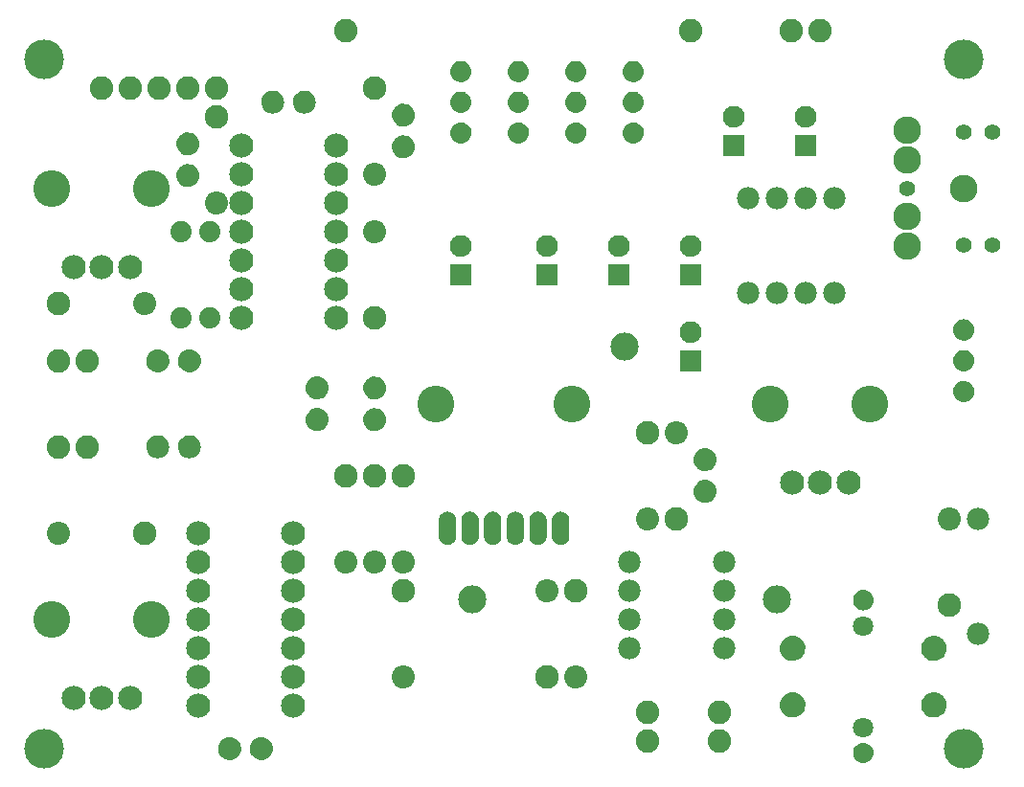
<source format=gbr>
G04 EAGLE Gerber RS-274X export*
G75*
%MOMM*%
%FSLAX34Y34*%
%LPD*%
%INSoldermask Bottom*%
%IPPOS*%
%AMOC8*
5,1,8,0,0,1.08239X$1,22.5*%
G01*
%ADD10C,2.133600*%
%ADD11C,3.251200*%
%ADD12C,1.981200*%
%ADD13C,2.489200*%
%ADD14C,1.803200*%
%ADD15C,2.047813*%
%ADD16C,2.094537*%
%ADD17C,2.082800*%
%ADD18C,1.403200*%
%ADD19C,2.438400*%
%ADD20C,1.930400*%
%ADD21R,1.930400X1.930400*%
%ADD22C,3.505200*%
%ADD23C,1.879600*%

G36*
X415124Y218271D02*
X415124Y218271D01*
X415159Y218269D01*
X416408Y218392D01*
X416455Y218405D01*
X416530Y218416D01*
X417731Y218780D01*
X417774Y218802D01*
X417846Y218828D01*
X418953Y219420D01*
X418991Y219450D01*
X419057Y219489D01*
X420027Y220285D01*
X420056Y220319D01*
X420061Y220322D01*
X420068Y220330D01*
X420115Y220373D01*
X420911Y221343D01*
X420935Y221386D01*
X420980Y221447D01*
X421572Y222554D01*
X421587Y222599D01*
X421620Y222669D01*
X421984Y223870D01*
X421990Y223918D01*
X422008Y223992D01*
X422131Y225241D01*
X422129Y225268D01*
X422134Y225303D01*
X422134Y240497D01*
X422129Y240524D01*
X422131Y240559D01*
X422008Y241808D01*
X422000Y241838D01*
X421999Y241864D01*
X421991Y241884D01*
X421984Y241930D01*
X421620Y243131D01*
X421598Y243174D01*
X421572Y243246D01*
X420980Y244353D01*
X420950Y244391D01*
X420911Y244457D01*
X420115Y245427D01*
X420078Y245458D01*
X420027Y245515D01*
X419057Y246311D01*
X419015Y246335D01*
X418953Y246380D01*
X417846Y246972D01*
X417801Y246987D01*
X417731Y247020D01*
X416530Y247384D01*
X416482Y247390D01*
X416408Y247408D01*
X415159Y247531D01*
X415132Y247529D01*
X415097Y247534D01*
X413903Y247534D01*
X413876Y247529D01*
X413841Y247531D01*
X412592Y247408D01*
X412545Y247395D01*
X412470Y247384D01*
X411269Y247020D01*
X411226Y246998D01*
X411154Y246972D01*
X410047Y246380D01*
X410009Y246350D01*
X409943Y246311D01*
X408973Y245515D01*
X408942Y245478D01*
X408885Y245427D01*
X408089Y244457D01*
X408065Y244415D01*
X408020Y244353D01*
X407428Y243246D01*
X407413Y243201D01*
X407380Y243131D01*
X407016Y241930D01*
X407010Y241882D01*
X407002Y241850D01*
X406994Y241827D01*
X406995Y241819D01*
X406992Y241808D01*
X406869Y240559D01*
X406871Y240532D01*
X406866Y240497D01*
X406866Y225303D01*
X406871Y225276D01*
X406869Y225241D01*
X406992Y223992D01*
X407005Y223945D01*
X407016Y223870D01*
X407380Y222669D01*
X407402Y222626D01*
X407428Y222554D01*
X408020Y221447D01*
X408050Y221409D01*
X408089Y221343D01*
X408885Y220373D01*
X408922Y220342D01*
X408973Y220285D01*
X409943Y219489D01*
X409986Y219465D01*
X410047Y219420D01*
X411154Y218828D01*
X411199Y218813D01*
X411269Y218780D01*
X412470Y218416D01*
X412518Y218410D01*
X412592Y218392D01*
X413841Y218269D01*
X413868Y218271D01*
X413903Y218266D01*
X415097Y218266D01*
X415124Y218271D01*
G37*
G36*
X495124Y218271D02*
X495124Y218271D01*
X495159Y218269D01*
X496408Y218392D01*
X496455Y218405D01*
X496530Y218416D01*
X497731Y218780D01*
X497774Y218802D01*
X497846Y218828D01*
X498953Y219420D01*
X498991Y219450D01*
X499057Y219489D01*
X500027Y220285D01*
X500056Y220319D01*
X500061Y220322D01*
X500068Y220330D01*
X500115Y220373D01*
X500911Y221343D01*
X500935Y221386D01*
X500980Y221447D01*
X501572Y222554D01*
X501587Y222599D01*
X501620Y222669D01*
X501984Y223870D01*
X501990Y223918D01*
X502008Y223992D01*
X502131Y225241D01*
X502129Y225268D01*
X502134Y225303D01*
X502134Y240497D01*
X502129Y240524D01*
X502131Y240559D01*
X502008Y241808D01*
X502000Y241838D01*
X501999Y241864D01*
X501991Y241884D01*
X501984Y241930D01*
X501620Y243131D01*
X501598Y243174D01*
X501572Y243246D01*
X500980Y244353D01*
X500950Y244391D01*
X500911Y244457D01*
X500115Y245427D01*
X500078Y245458D01*
X500027Y245515D01*
X499057Y246311D01*
X499015Y246335D01*
X498953Y246380D01*
X497846Y246972D01*
X497801Y246987D01*
X497731Y247020D01*
X496530Y247384D01*
X496482Y247390D01*
X496408Y247408D01*
X495159Y247531D01*
X495132Y247529D01*
X495097Y247534D01*
X493903Y247534D01*
X493876Y247529D01*
X493841Y247531D01*
X492592Y247408D01*
X492545Y247395D01*
X492470Y247384D01*
X491269Y247020D01*
X491226Y246998D01*
X491154Y246972D01*
X490047Y246380D01*
X490009Y246350D01*
X489943Y246311D01*
X488973Y245515D01*
X488942Y245478D01*
X488885Y245427D01*
X488089Y244457D01*
X488065Y244415D01*
X488020Y244353D01*
X487428Y243246D01*
X487413Y243201D01*
X487380Y243131D01*
X487016Y241930D01*
X487010Y241882D01*
X487002Y241850D01*
X486994Y241827D01*
X486995Y241819D01*
X486992Y241808D01*
X486869Y240559D01*
X486871Y240532D01*
X486866Y240497D01*
X486866Y225303D01*
X486871Y225276D01*
X486869Y225241D01*
X486992Y223992D01*
X487005Y223945D01*
X487016Y223870D01*
X487380Y222669D01*
X487402Y222626D01*
X487428Y222554D01*
X488020Y221447D01*
X488050Y221409D01*
X488089Y221343D01*
X488885Y220373D01*
X488922Y220342D01*
X488973Y220285D01*
X489943Y219489D01*
X489986Y219465D01*
X490047Y219420D01*
X491154Y218828D01*
X491199Y218813D01*
X491269Y218780D01*
X492470Y218416D01*
X492518Y218410D01*
X492592Y218392D01*
X493841Y218269D01*
X493868Y218271D01*
X493903Y218266D01*
X495097Y218266D01*
X495124Y218271D01*
G37*
G36*
X435124Y218271D02*
X435124Y218271D01*
X435159Y218269D01*
X436408Y218392D01*
X436455Y218405D01*
X436530Y218416D01*
X437731Y218780D01*
X437774Y218802D01*
X437846Y218828D01*
X438953Y219420D01*
X438991Y219450D01*
X439057Y219489D01*
X440027Y220285D01*
X440056Y220319D01*
X440061Y220322D01*
X440068Y220330D01*
X440115Y220373D01*
X440911Y221343D01*
X440935Y221386D01*
X440980Y221447D01*
X441572Y222554D01*
X441587Y222599D01*
X441620Y222669D01*
X441984Y223870D01*
X441990Y223918D01*
X442008Y223992D01*
X442131Y225241D01*
X442129Y225268D01*
X442134Y225303D01*
X442134Y240497D01*
X442129Y240524D01*
X442131Y240559D01*
X442008Y241808D01*
X442000Y241838D01*
X441999Y241864D01*
X441991Y241884D01*
X441984Y241930D01*
X441620Y243131D01*
X441598Y243174D01*
X441572Y243246D01*
X440980Y244353D01*
X440950Y244391D01*
X440911Y244457D01*
X440115Y245427D01*
X440078Y245458D01*
X440027Y245515D01*
X439057Y246311D01*
X439015Y246335D01*
X438953Y246380D01*
X437846Y246972D01*
X437801Y246987D01*
X437731Y247020D01*
X436530Y247384D01*
X436482Y247390D01*
X436408Y247408D01*
X435159Y247531D01*
X435132Y247529D01*
X435097Y247534D01*
X433903Y247534D01*
X433876Y247529D01*
X433841Y247531D01*
X432592Y247408D01*
X432545Y247395D01*
X432470Y247384D01*
X431269Y247020D01*
X431226Y246998D01*
X431154Y246972D01*
X430047Y246380D01*
X430009Y246350D01*
X429943Y246311D01*
X428973Y245515D01*
X428942Y245478D01*
X428885Y245427D01*
X428089Y244457D01*
X428065Y244415D01*
X428020Y244353D01*
X427428Y243246D01*
X427413Y243201D01*
X427380Y243131D01*
X427016Y241930D01*
X427010Y241882D01*
X427002Y241850D01*
X426994Y241827D01*
X426995Y241819D01*
X426992Y241808D01*
X426869Y240559D01*
X426871Y240532D01*
X426866Y240497D01*
X426866Y225303D01*
X426871Y225276D01*
X426869Y225241D01*
X426992Y223992D01*
X427005Y223945D01*
X427016Y223870D01*
X427380Y222669D01*
X427402Y222626D01*
X427428Y222554D01*
X428020Y221447D01*
X428050Y221409D01*
X428089Y221343D01*
X428885Y220373D01*
X428922Y220342D01*
X428973Y220285D01*
X429943Y219489D01*
X429986Y219465D01*
X430047Y219420D01*
X431154Y218828D01*
X431199Y218813D01*
X431269Y218780D01*
X432470Y218416D01*
X432518Y218410D01*
X432592Y218392D01*
X433841Y218269D01*
X433868Y218271D01*
X433903Y218266D01*
X435097Y218266D01*
X435124Y218271D01*
G37*
G36*
X455124Y218271D02*
X455124Y218271D01*
X455159Y218269D01*
X456408Y218392D01*
X456455Y218405D01*
X456530Y218416D01*
X457731Y218780D01*
X457774Y218802D01*
X457846Y218828D01*
X458953Y219420D01*
X458991Y219450D01*
X459057Y219489D01*
X460027Y220285D01*
X460056Y220319D01*
X460061Y220322D01*
X460068Y220330D01*
X460115Y220373D01*
X460911Y221343D01*
X460935Y221386D01*
X460980Y221447D01*
X461572Y222554D01*
X461587Y222599D01*
X461620Y222669D01*
X461984Y223870D01*
X461990Y223918D01*
X462008Y223992D01*
X462131Y225241D01*
X462129Y225268D01*
X462134Y225303D01*
X462134Y240497D01*
X462129Y240524D01*
X462131Y240559D01*
X462008Y241808D01*
X462000Y241838D01*
X461999Y241864D01*
X461991Y241884D01*
X461984Y241930D01*
X461620Y243131D01*
X461598Y243174D01*
X461572Y243246D01*
X460980Y244353D01*
X460950Y244391D01*
X460911Y244457D01*
X460115Y245427D01*
X460078Y245458D01*
X460027Y245515D01*
X459057Y246311D01*
X459015Y246335D01*
X458953Y246380D01*
X457846Y246972D01*
X457801Y246987D01*
X457731Y247020D01*
X456530Y247384D01*
X456482Y247390D01*
X456408Y247408D01*
X455159Y247531D01*
X455132Y247529D01*
X455097Y247534D01*
X453903Y247534D01*
X453876Y247529D01*
X453841Y247531D01*
X452592Y247408D01*
X452545Y247395D01*
X452470Y247384D01*
X451269Y247020D01*
X451226Y246998D01*
X451154Y246972D01*
X450047Y246380D01*
X450009Y246350D01*
X449943Y246311D01*
X448973Y245515D01*
X448942Y245478D01*
X448885Y245427D01*
X448089Y244457D01*
X448065Y244415D01*
X448020Y244353D01*
X447428Y243246D01*
X447413Y243201D01*
X447380Y243131D01*
X447016Y241930D01*
X447010Y241882D01*
X447002Y241850D01*
X446994Y241827D01*
X446995Y241819D01*
X446992Y241808D01*
X446869Y240559D01*
X446871Y240532D01*
X446866Y240497D01*
X446866Y225303D01*
X446871Y225276D01*
X446869Y225241D01*
X446992Y223992D01*
X447005Y223945D01*
X447016Y223870D01*
X447380Y222669D01*
X447402Y222626D01*
X447428Y222554D01*
X448020Y221447D01*
X448050Y221409D01*
X448089Y221343D01*
X448885Y220373D01*
X448922Y220342D01*
X448973Y220285D01*
X449943Y219489D01*
X449986Y219465D01*
X450047Y219420D01*
X451154Y218828D01*
X451199Y218813D01*
X451269Y218780D01*
X452470Y218416D01*
X452518Y218410D01*
X452592Y218392D01*
X453841Y218269D01*
X453868Y218271D01*
X453903Y218266D01*
X455097Y218266D01*
X455124Y218271D01*
G37*
G36*
X475124Y218271D02*
X475124Y218271D01*
X475159Y218269D01*
X476408Y218392D01*
X476455Y218405D01*
X476530Y218416D01*
X477731Y218780D01*
X477774Y218802D01*
X477846Y218828D01*
X478953Y219420D01*
X478991Y219450D01*
X479057Y219489D01*
X480027Y220285D01*
X480056Y220319D01*
X480061Y220322D01*
X480068Y220330D01*
X480115Y220373D01*
X480911Y221343D01*
X480935Y221386D01*
X480980Y221447D01*
X481572Y222554D01*
X481587Y222599D01*
X481620Y222669D01*
X481984Y223870D01*
X481990Y223918D01*
X482008Y223992D01*
X482131Y225241D01*
X482129Y225268D01*
X482134Y225303D01*
X482134Y240497D01*
X482129Y240524D01*
X482131Y240559D01*
X482008Y241808D01*
X482000Y241838D01*
X481999Y241864D01*
X481991Y241884D01*
X481984Y241930D01*
X481620Y243131D01*
X481598Y243174D01*
X481572Y243246D01*
X480980Y244353D01*
X480950Y244391D01*
X480911Y244457D01*
X480115Y245427D01*
X480078Y245458D01*
X480027Y245515D01*
X479057Y246311D01*
X479015Y246335D01*
X478953Y246380D01*
X477846Y246972D01*
X477801Y246987D01*
X477731Y247020D01*
X476530Y247384D01*
X476482Y247390D01*
X476408Y247408D01*
X475159Y247531D01*
X475132Y247529D01*
X475097Y247534D01*
X473903Y247534D01*
X473876Y247529D01*
X473841Y247531D01*
X472592Y247408D01*
X472545Y247395D01*
X472470Y247384D01*
X471269Y247020D01*
X471226Y246998D01*
X471154Y246972D01*
X470047Y246380D01*
X470009Y246350D01*
X469943Y246311D01*
X468973Y245515D01*
X468942Y245478D01*
X468885Y245427D01*
X468089Y244457D01*
X468065Y244415D01*
X468020Y244353D01*
X467428Y243246D01*
X467413Y243201D01*
X467380Y243131D01*
X467016Y241930D01*
X467010Y241882D01*
X467002Y241850D01*
X466994Y241827D01*
X466995Y241819D01*
X466992Y241808D01*
X466869Y240559D01*
X466871Y240532D01*
X466866Y240497D01*
X466866Y225303D01*
X466871Y225276D01*
X466869Y225241D01*
X466992Y223992D01*
X467005Y223945D01*
X467016Y223870D01*
X467380Y222669D01*
X467402Y222626D01*
X467428Y222554D01*
X468020Y221447D01*
X468050Y221409D01*
X468089Y221343D01*
X468885Y220373D01*
X468922Y220342D01*
X468973Y220285D01*
X469943Y219489D01*
X469986Y219465D01*
X470047Y219420D01*
X471154Y218828D01*
X471199Y218813D01*
X471269Y218780D01*
X472470Y218416D01*
X472518Y218410D01*
X472592Y218392D01*
X473841Y218269D01*
X473868Y218271D01*
X473903Y218266D01*
X475097Y218266D01*
X475124Y218271D01*
G37*
G36*
X395124Y218271D02*
X395124Y218271D01*
X395159Y218269D01*
X396408Y218392D01*
X396455Y218405D01*
X396530Y218416D01*
X397731Y218780D01*
X397774Y218802D01*
X397846Y218828D01*
X398953Y219420D01*
X398991Y219450D01*
X399057Y219489D01*
X400027Y220285D01*
X400056Y220319D01*
X400061Y220322D01*
X400068Y220330D01*
X400115Y220373D01*
X400911Y221343D01*
X400935Y221386D01*
X400980Y221447D01*
X401572Y222554D01*
X401587Y222599D01*
X401620Y222669D01*
X401984Y223870D01*
X401990Y223918D01*
X402008Y223992D01*
X402131Y225241D01*
X402129Y225268D01*
X402134Y225303D01*
X402134Y240497D01*
X402129Y240524D01*
X402131Y240559D01*
X402008Y241808D01*
X402000Y241838D01*
X401999Y241864D01*
X401991Y241884D01*
X401984Y241930D01*
X401620Y243131D01*
X401598Y243174D01*
X401572Y243246D01*
X400980Y244353D01*
X400950Y244391D01*
X400911Y244457D01*
X400115Y245427D01*
X400078Y245458D01*
X400027Y245515D01*
X399057Y246311D01*
X399015Y246335D01*
X398953Y246380D01*
X397846Y246972D01*
X397801Y246987D01*
X397731Y247020D01*
X396530Y247384D01*
X396482Y247390D01*
X396408Y247408D01*
X395159Y247531D01*
X395132Y247529D01*
X395097Y247534D01*
X393903Y247534D01*
X393876Y247529D01*
X393841Y247531D01*
X392592Y247408D01*
X392545Y247395D01*
X392470Y247384D01*
X391269Y247020D01*
X391226Y246998D01*
X391154Y246972D01*
X390047Y246380D01*
X390009Y246350D01*
X389943Y246311D01*
X388973Y245515D01*
X388942Y245478D01*
X388885Y245427D01*
X388089Y244457D01*
X388065Y244415D01*
X388020Y244353D01*
X387428Y243246D01*
X387413Y243201D01*
X387380Y243131D01*
X387016Y241930D01*
X387010Y241882D01*
X387002Y241850D01*
X386994Y241827D01*
X386995Y241819D01*
X386992Y241808D01*
X386869Y240559D01*
X386871Y240532D01*
X386866Y240497D01*
X386866Y225303D01*
X386871Y225276D01*
X386869Y225241D01*
X386992Y223992D01*
X387005Y223945D01*
X387016Y223870D01*
X387380Y222669D01*
X387402Y222626D01*
X387428Y222554D01*
X388020Y221447D01*
X388050Y221409D01*
X388089Y221343D01*
X388885Y220373D01*
X388922Y220342D01*
X388973Y220285D01*
X389943Y219489D01*
X389986Y219465D01*
X390047Y219420D01*
X391154Y218828D01*
X391199Y218813D01*
X391269Y218780D01*
X392470Y218416D01*
X392518Y218410D01*
X392592Y218392D01*
X393841Y218269D01*
X393868Y218271D01*
X393903Y218266D01*
X395097Y218266D01*
X395124Y218271D01*
G37*
G36*
X824478Y65412D02*
X824478Y65412D01*
X824539Y65408D01*
X826597Y65586D01*
X826644Y65598D01*
X826720Y65609D01*
X828704Y66185D01*
X828748Y66206D01*
X828820Y66231D01*
X830654Y67183D01*
X830692Y67212D01*
X830758Y67251D01*
X832371Y68543D01*
X832403Y68579D01*
X832460Y68629D01*
X833790Y70211D01*
X833814Y70253D01*
X833861Y70313D01*
X834857Y72124D01*
X834872Y72170D01*
X834906Y72238D01*
X835529Y74209D01*
X835536Y74256D01*
X835555Y74330D01*
X835782Y76384D01*
X835779Y76432D01*
X835784Y76509D01*
X835622Y78362D01*
X835610Y78405D01*
X835603Y78471D01*
X835121Y80267D01*
X835102Y80307D01*
X835083Y80371D01*
X834298Y82056D01*
X834272Y82093D01*
X834242Y82152D01*
X833176Y83675D01*
X833144Y83706D01*
X833105Y83760D01*
X831790Y85075D01*
X831753Y85100D01*
X831705Y85146D01*
X830182Y86212D01*
X830141Y86231D01*
X830086Y86268D01*
X828401Y87053D01*
X828358Y87065D01*
X828297Y87091D01*
X826501Y87573D01*
X826456Y87576D01*
X826392Y87592D01*
X824539Y87754D01*
X824495Y87750D01*
X824429Y87754D01*
X822576Y87592D01*
X822533Y87580D01*
X822467Y87573D01*
X820671Y87091D01*
X820631Y87072D01*
X820567Y87053D01*
X818882Y86268D01*
X818845Y86242D01*
X818786Y86212D01*
X817263Y85146D01*
X817232Y85114D01*
X817178Y85075D01*
X815863Y83760D01*
X815838Y83723D01*
X815792Y83675D01*
X814726Y82152D01*
X814707Y82111D01*
X814670Y82056D01*
X813885Y80371D01*
X813873Y80328D01*
X813847Y80267D01*
X813365Y78471D01*
X813362Y78426D01*
X813346Y78362D01*
X813184Y76509D01*
X813188Y76463D01*
X813185Y76391D01*
X813367Y74563D01*
X813379Y74520D01*
X813388Y74454D01*
X813885Y72685D01*
X813904Y72645D01*
X813924Y72582D01*
X814720Y70926D01*
X814746Y70889D01*
X814777Y70830D01*
X815849Y69338D01*
X815881Y69307D01*
X815921Y69254D01*
X817236Y67971D01*
X817273Y67946D01*
X817321Y67901D01*
X818839Y66865D01*
X818880Y66847D01*
X818935Y66811D01*
X820610Y66054D01*
X820653Y66043D01*
X820714Y66018D01*
X822495Y65564D01*
X822539Y65560D01*
X822604Y65546D01*
X824436Y65408D01*
X824478Y65412D01*
G37*
G36*
X824478Y115450D02*
X824478Y115450D01*
X824539Y115446D01*
X826597Y115624D01*
X826644Y115636D01*
X826720Y115647D01*
X828704Y116223D01*
X828748Y116244D01*
X828820Y116269D01*
X830654Y117221D01*
X830692Y117250D01*
X830758Y117289D01*
X832371Y118581D01*
X832403Y118617D01*
X832460Y118667D01*
X833790Y120249D01*
X833814Y120291D01*
X833861Y120351D01*
X834857Y122162D01*
X834872Y122208D01*
X834906Y122276D01*
X835529Y124247D01*
X835536Y124294D01*
X835555Y124368D01*
X835782Y126422D01*
X835779Y126470D01*
X835784Y126547D01*
X835622Y128400D01*
X835610Y128443D01*
X835603Y128509D01*
X835121Y130305D01*
X835102Y130345D01*
X835083Y130409D01*
X834298Y132094D01*
X834272Y132131D01*
X834242Y132190D01*
X833176Y133713D01*
X833144Y133744D01*
X833105Y133798D01*
X831790Y135113D01*
X831753Y135138D01*
X831705Y135184D01*
X830182Y136250D01*
X830141Y136269D01*
X830086Y136306D01*
X828401Y137091D01*
X828358Y137103D01*
X828297Y137129D01*
X826501Y137611D01*
X826456Y137614D01*
X826392Y137630D01*
X824539Y137792D01*
X824495Y137788D01*
X824429Y137792D01*
X822576Y137630D01*
X822533Y137618D01*
X822467Y137611D01*
X820671Y137129D01*
X820631Y137110D01*
X820567Y137091D01*
X818882Y136306D01*
X818845Y136280D01*
X818786Y136250D01*
X817263Y135184D01*
X817232Y135152D01*
X817178Y135113D01*
X815863Y133798D01*
X815838Y133761D01*
X815792Y133713D01*
X814726Y132190D01*
X814707Y132149D01*
X814670Y132094D01*
X813885Y130409D01*
X813873Y130366D01*
X813847Y130305D01*
X813365Y128509D01*
X813362Y128464D01*
X813346Y128400D01*
X813184Y126547D01*
X813188Y126501D01*
X813185Y126429D01*
X813367Y124601D01*
X813379Y124558D01*
X813388Y124492D01*
X813885Y122723D01*
X813904Y122683D01*
X813924Y122620D01*
X814720Y120964D01*
X814746Y120927D01*
X814777Y120868D01*
X815849Y119376D01*
X815881Y119345D01*
X815921Y119292D01*
X817236Y118009D01*
X817273Y117984D01*
X817321Y117939D01*
X818839Y116903D01*
X818880Y116885D01*
X818935Y116849D01*
X820610Y116092D01*
X820653Y116081D01*
X820714Y116056D01*
X822495Y115602D01*
X822539Y115598D01*
X822604Y115584D01*
X824436Y115446D01*
X824478Y115450D01*
G37*
G36*
X699510Y65412D02*
X699510Y65412D01*
X699571Y65408D01*
X701629Y65586D01*
X701676Y65598D01*
X701752Y65609D01*
X703736Y66185D01*
X703780Y66206D01*
X703852Y66231D01*
X705686Y67183D01*
X705724Y67212D01*
X705790Y67251D01*
X707403Y68543D01*
X707435Y68579D01*
X707492Y68629D01*
X708822Y70211D01*
X708846Y70253D01*
X708893Y70313D01*
X709889Y72124D01*
X709904Y72170D01*
X709938Y72238D01*
X710561Y74209D01*
X710568Y74256D01*
X710587Y74330D01*
X710814Y76384D01*
X710811Y76432D01*
X710816Y76509D01*
X710654Y78362D01*
X710642Y78405D01*
X710635Y78471D01*
X710153Y80267D01*
X710134Y80307D01*
X710115Y80371D01*
X709330Y82056D01*
X709304Y82093D01*
X709274Y82152D01*
X708208Y83675D01*
X708176Y83706D01*
X708137Y83760D01*
X706822Y85075D01*
X706785Y85100D01*
X706737Y85146D01*
X705214Y86212D01*
X705173Y86231D01*
X705118Y86268D01*
X703433Y87053D01*
X703390Y87065D01*
X703329Y87091D01*
X701533Y87573D01*
X701488Y87576D01*
X701424Y87592D01*
X699571Y87754D01*
X699527Y87750D01*
X699461Y87754D01*
X697608Y87592D01*
X697565Y87580D01*
X697499Y87573D01*
X695703Y87091D01*
X695663Y87072D01*
X695599Y87053D01*
X693914Y86268D01*
X693877Y86242D01*
X693818Y86212D01*
X692295Y85146D01*
X692264Y85114D01*
X692210Y85075D01*
X690895Y83760D01*
X690870Y83723D01*
X690824Y83675D01*
X689758Y82152D01*
X689739Y82111D01*
X689702Y82056D01*
X688917Y80371D01*
X688905Y80328D01*
X688879Y80267D01*
X688397Y78471D01*
X688394Y78426D01*
X688378Y78362D01*
X688216Y76509D01*
X688220Y76463D01*
X688217Y76391D01*
X688399Y74563D01*
X688411Y74520D01*
X688420Y74454D01*
X688917Y72685D01*
X688936Y72645D01*
X688956Y72582D01*
X689752Y70926D01*
X689778Y70889D01*
X689809Y70830D01*
X690881Y69338D01*
X690913Y69307D01*
X690953Y69254D01*
X692268Y67971D01*
X692305Y67946D01*
X692353Y67901D01*
X693871Y66865D01*
X693912Y66847D01*
X693967Y66811D01*
X695642Y66054D01*
X695685Y66043D01*
X695746Y66018D01*
X697527Y65564D01*
X697571Y65560D01*
X697636Y65546D01*
X699468Y65408D01*
X699510Y65412D01*
G37*
G36*
X699510Y115450D02*
X699510Y115450D01*
X699571Y115446D01*
X701629Y115624D01*
X701676Y115636D01*
X701752Y115647D01*
X703736Y116223D01*
X703780Y116244D01*
X703852Y116269D01*
X705686Y117221D01*
X705724Y117250D01*
X705790Y117289D01*
X707403Y118581D01*
X707435Y118617D01*
X707492Y118667D01*
X708822Y120249D01*
X708846Y120291D01*
X708893Y120351D01*
X709889Y122162D01*
X709904Y122208D01*
X709938Y122276D01*
X710561Y124247D01*
X710568Y124294D01*
X710587Y124368D01*
X710814Y126422D01*
X710811Y126470D01*
X710816Y126547D01*
X710654Y128400D01*
X710642Y128443D01*
X710635Y128509D01*
X710153Y130305D01*
X710134Y130345D01*
X710115Y130409D01*
X709330Y132094D01*
X709304Y132131D01*
X709274Y132190D01*
X708208Y133713D01*
X708176Y133744D01*
X708137Y133798D01*
X706822Y135113D01*
X706785Y135138D01*
X706737Y135184D01*
X705214Y136250D01*
X705173Y136269D01*
X705118Y136306D01*
X703433Y137091D01*
X703390Y137103D01*
X703329Y137129D01*
X701533Y137611D01*
X701488Y137614D01*
X701424Y137630D01*
X699571Y137792D01*
X699527Y137788D01*
X699461Y137792D01*
X697608Y137630D01*
X697565Y137618D01*
X697499Y137611D01*
X695703Y137129D01*
X695663Y137110D01*
X695599Y137091D01*
X693914Y136306D01*
X693877Y136280D01*
X693818Y136250D01*
X692295Y135184D01*
X692264Y135152D01*
X692210Y135113D01*
X690895Y133798D01*
X690870Y133761D01*
X690824Y133713D01*
X689758Y132190D01*
X689739Y132149D01*
X689702Y132094D01*
X688917Y130409D01*
X688905Y130366D01*
X688879Y130305D01*
X688397Y128509D01*
X688394Y128464D01*
X688378Y128400D01*
X688216Y126547D01*
X688220Y126501D01*
X688217Y126429D01*
X688399Y124601D01*
X688411Y124558D01*
X688420Y124492D01*
X688917Y122723D01*
X688936Y122683D01*
X688956Y122620D01*
X689752Y120964D01*
X689778Y120927D01*
X689809Y120868D01*
X690881Y119376D01*
X690913Y119345D01*
X690953Y119292D01*
X692268Y118009D01*
X692305Y117984D01*
X692353Y117939D01*
X693871Y116903D01*
X693912Y116885D01*
X693967Y116849D01*
X695642Y116092D01*
X695685Y116081D01*
X695746Y116056D01*
X697527Y115602D01*
X697571Y115598D01*
X697636Y115584D01*
X699468Y115446D01*
X699510Y115450D01*
G37*
G36*
X203690Y28059D02*
X203690Y28059D01*
X203733Y28071D01*
X203799Y28080D01*
X205416Y28534D01*
X205457Y28553D01*
X205485Y28562D01*
X205495Y28564D01*
X205499Y28566D01*
X205520Y28573D01*
X207034Y29301D01*
X207070Y29327D01*
X207129Y29357D01*
X208494Y30338D01*
X208525Y30370D01*
X208578Y30410D01*
X209752Y31612D01*
X209777Y31649D01*
X209822Y31697D01*
X210769Y33085D01*
X210787Y33126D01*
X210823Y33182D01*
X211515Y34713D01*
X211526Y34756D01*
X211552Y34817D01*
X211967Y36446D01*
X211970Y36490D01*
X211985Y36555D01*
X212111Y38230D01*
X212107Y38277D01*
X212109Y38349D01*
X211904Y40185D01*
X211890Y40231D01*
X211878Y40306D01*
X211318Y42067D01*
X211295Y42109D01*
X211269Y42181D01*
X210376Y43798D01*
X210346Y43836D01*
X210306Y43901D01*
X209115Y45313D01*
X209078Y45344D01*
X209026Y45400D01*
X207582Y46553D01*
X207540Y46576D01*
X207478Y46620D01*
X205837Y47469D01*
X205791Y47484D01*
X205722Y47515D01*
X203947Y48028D01*
X203899Y48033D01*
X203824Y48051D01*
X201984Y48207D01*
X201940Y48203D01*
X201875Y48207D01*
X200044Y48047D01*
X199998Y48034D01*
X199922Y48024D01*
X198158Y47510D01*
X198114Y47489D01*
X198042Y47464D01*
X196412Y46615D01*
X196374Y46586D01*
X196308Y46547D01*
X194875Y45397D01*
X194843Y45361D01*
X194786Y45310D01*
X193605Y43902D01*
X193581Y43861D01*
X193535Y43800D01*
X193325Y43418D01*
X192651Y42188D01*
X192636Y42143D01*
X192602Y42074D01*
X192050Y40321D01*
X192044Y40274D01*
X192024Y40200D01*
X191825Y38373D01*
X191828Y38327D01*
X191822Y38258D01*
X191945Y36582D01*
X191956Y36539D01*
X191962Y36473D01*
X192374Y34843D01*
X192392Y34803D01*
X192410Y34739D01*
X193098Y33206D01*
X193123Y33169D01*
X193152Y33109D01*
X194096Y31719D01*
X194127Y31687D01*
X194165Y31633D01*
X195336Y30427D01*
X195373Y30401D01*
X195420Y30355D01*
X196782Y29371D01*
X196823Y29352D01*
X196877Y29315D01*
X198390Y28582D01*
X198433Y28570D01*
X198444Y28565D01*
X198471Y28552D01*
X198476Y28551D01*
X198493Y28543D01*
X200110Y28085D01*
X200155Y28080D01*
X200219Y28064D01*
X201891Y27893D01*
X201939Y27897D01*
X202018Y27893D01*
X203690Y28059D01*
G37*
G36*
X231681Y28059D02*
X231681Y28059D01*
X231724Y28071D01*
X231790Y28080D01*
X233407Y28534D01*
X233448Y28553D01*
X233476Y28562D01*
X233486Y28564D01*
X233490Y28566D01*
X233511Y28573D01*
X235025Y29301D01*
X235061Y29327D01*
X235120Y29357D01*
X236485Y30338D01*
X236516Y30370D01*
X236569Y30410D01*
X237743Y31612D01*
X237768Y31649D01*
X237813Y31697D01*
X238760Y33085D01*
X238778Y33126D01*
X238814Y33182D01*
X239506Y34713D01*
X239517Y34756D01*
X239543Y34817D01*
X239958Y36446D01*
X239961Y36490D01*
X239976Y36555D01*
X240102Y38230D01*
X240098Y38277D01*
X240100Y38349D01*
X239895Y40185D01*
X239881Y40231D01*
X239869Y40306D01*
X239309Y42067D01*
X239286Y42109D01*
X239260Y42181D01*
X238367Y43798D01*
X238337Y43836D01*
X238297Y43901D01*
X237106Y45313D01*
X237069Y45344D01*
X237017Y45400D01*
X235573Y46553D01*
X235531Y46576D01*
X235469Y46620D01*
X233828Y47469D01*
X233782Y47484D01*
X233713Y47515D01*
X231938Y48028D01*
X231890Y48033D01*
X231815Y48051D01*
X229975Y48207D01*
X229931Y48203D01*
X229866Y48207D01*
X228035Y48047D01*
X227989Y48034D01*
X227913Y48024D01*
X226149Y47510D01*
X226105Y47489D01*
X226033Y47464D01*
X224403Y46615D01*
X224365Y46586D01*
X224299Y46547D01*
X222866Y45397D01*
X222834Y45361D01*
X222777Y45310D01*
X221596Y43902D01*
X221572Y43861D01*
X221526Y43800D01*
X221316Y43418D01*
X220642Y42188D01*
X220627Y42143D01*
X220593Y42074D01*
X220041Y40321D01*
X220035Y40274D01*
X220015Y40200D01*
X219816Y38373D01*
X219819Y38327D01*
X219813Y38258D01*
X219936Y36582D01*
X219947Y36539D01*
X219953Y36473D01*
X220365Y34843D01*
X220383Y34803D01*
X220401Y34739D01*
X221089Y33206D01*
X221114Y33169D01*
X221143Y33109D01*
X222087Y31719D01*
X222118Y31687D01*
X222156Y31633D01*
X223327Y30427D01*
X223364Y30401D01*
X223411Y30355D01*
X224773Y29371D01*
X224814Y29352D01*
X224868Y29315D01*
X226381Y28582D01*
X226424Y28570D01*
X226435Y28565D01*
X226462Y28552D01*
X226467Y28551D01*
X226484Y28543D01*
X228101Y28085D01*
X228146Y28080D01*
X228210Y28064D01*
X229882Y27893D01*
X229930Y27897D01*
X230009Y27893D01*
X231681Y28059D01*
G37*
G36*
X140190Y370959D02*
X140190Y370959D01*
X140233Y370971D01*
X140299Y370980D01*
X141916Y371434D01*
X141957Y371453D01*
X141985Y371462D01*
X141995Y371464D01*
X141999Y371466D01*
X142020Y371473D01*
X143534Y372201D01*
X143570Y372227D01*
X143629Y372257D01*
X144994Y373238D01*
X145025Y373270D01*
X145078Y373310D01*
X146252Y374512D01*
X146277Y374549D01*
X146322Y374597D01*
X147269Y375985D01*
X147287Y376026D01*
X147323Y376082D01*
X148015Y377613D01*
X148026Y377656D01*
X148052Y377717D01*
X148467Y379346D01*
X148470Y379390D01*
X148485Y379455D01*
X148611Y381130D01*
X148607Y381177D01*
X148609Y381249D01*
X148404Y383085D01*
X148390Y383131D01*
X148378Y383206D01*
X147818Y384967D01*
X147795Y385009D01*
X147769Y385081D01*
X146876Y386698D01*
X146846Y386736D01*
X146806Y386801D01*
X145615Y388213D01*
X145578Y388244D01*
X145526Y388300D01*
X144082Y389453D01*
X144040Y389476D01*
X143978Y389520D01*
X142337Y390369D01*
X142291Y390384D01*
X142222Y390415D01*
X140447Y390928D01*
X140399Y390933D01*
X140324Y390951D01*
X138484Y391107D01*
X138440Y391103D01*
X138375Y391107D01*
X136544Y390947D01*
X136498Y390934D01*
X136422Y390924D01*
X134658Y390410D01*
X134614Y390389D01*
X134542Y390364D01*
X132912Y389515D01*
X132874Y389486D01*
X132808Y389447D01*
X131375Y388297D01*
X131343Y388261D01*
X131286Y388210D01*
X130105Y386802D01*
X130081Y386761D01*
X130035Y386700D01*
X129825Y386318D01*
X129151Y385088D01*
X129136Y385043D01*
X129102Y384974D01*
X128550Y383221D01*
X128544Y383174D01*
X128524Y383100D01*
X128325Y381273D01*
X128328Y381227D01*
X128322Y381158D01*
X128445Y379482D01*
X128456Y379439D01*
X128462Y379373D01*
X128874Y377743D01*
X128892Y377703D01*
X128910Y377639D01*
X129598Y376106D01*
X129623Y376069D01*
X129652Y376009D01*
X130596Y374619D01*
X130627Y374587D01*
X130665Y374533D01*
X131836Y373327D01*
X131873Y373301D01*
X131920Y373255D01*
X133282Y372271D01*
X133323Y372252D01*
X133377Y372215D01*
X134890Y371482D01*
X134933Y371470D01*
X134944Y371465D01*
X134971Y371452D01*
X134976Y371451D01*
X134993Y371443D01*
X136610Y370985D01*
X136655Y370980D01*
X136719Y370964D01*
X138391Y370793D01*
X138439Y370797D01*
X138518Y370793D01*
X140190Y370959D01*
G37*
G36*
X168181Y370959D02*
X168181Y370959D01*
X168224Y370971D01*
X168290Y370980D01*
X169907Y371434D01*
X169948Y371453D01*
X169976Y371462D01*
X169986Y371464D01*
X169990Y371466D01*
X170011Y371473D01*
X171525Y372201D01*
X171561Y372227D01*
X171620Y372257D01*
X172985Y373238D01*
X173016Y373270D01*
X173069Y373310D01*
X174243Y374512D01*
X174268Y374549D01*
X174313Y374597D01*
X175260Y375985D01*
X175278Y376026D01*
X175314Y376082D01*
X176006Y377613D01*
X176017Y377656D01*
X176043Y377717D01*
X176458Y379346D01*
X176461Y379390D01*
X176476Y379455D01*
X176602Y381130D01*
X176598Y381177D01*
X176600Y381249D01*
X176395Y383085D01*
X176381Y383131D01*
X176369Y383206D01*
X175809Y384967D01*
X175786Y385009D01*
X175760Y385081D01*
X174867Y386698D01*
X174837Y386736D01*
X174797Y386801D01*
X173606Y388213D01*
X173569Y388244D01*
X173517Y388300D01*
X172073Y389453D01*
X172031Y389476D01*
X171969Y389520D01*
X170328Y390369D01*
X170282Y390384D01*
X170213Y390415D01*
X168438Y390928D01*
X168390Y390933D01*
X168315Y390951D01*
X166475Y391107D01*
X166431Y391103D01*
X166366Y391107D01*
X164535Y390947D01*
X164489Y390934D01*
X164413Y390924D01*
X162649Y390410D01*
X162605Y390389D01*
X162533Y390364D01*
X160903Y389515D01*
X160865Y389486D01*
X160799Y389447D01*
X159366Y388297D01*
X159334Y388261D01*
X159277Y388210D01*
X158096Y386802D01*
X158072Y386761D01*
X158026Y386700D01*
X157816Y386318D01*
X157142Y385088D01*
X157127Y385043D01*
X157093Y384974D01*
X156541Y383221D01*
X156535Y383174D01*
X156515Y383100D01*
X156316Y381273D01*
X156319Y381227D01*
X156313Y381158D01*
X156436Y379482D01*
X156447Y379439D01*
X156453Y379373D01*
X156865Y377743D01*
X156883Y377703D01*
X156901Y377639D01*
X157589Y376106D01*
X157614Y376069D01*
X157643Y376009D01*
X158587Y374619D01*
X158618Y374587D01*
X158656Y374533D01*
X159827Y373327D01*
X159864Y373301D01*
X159911Y373255D01*
X161273Y372271D01*
X161314Y372252D01*
X161368Y372215D01*
X162881Y371482D01*
X162924Y371470D01*
X162935Y371465D01*
X162962Y371452D01*
X162967Y371451D01*
X162984Y371443D01*
X164601Y370985D01*
X164646Y370980D01*
X164710Y370964D01*
X166382Y370793D01*
X166430Y370797D01*
X166509Y370793D01*
X168181Y370959D01*
G37*
G36*
X355777Y587993D02*
X355777Y587993D01*
X355849Y587991D01*
X357685Y588196D01*
X357731Y588210D01*
X357806Y588222D01*
X359567Y588782D01*
X359609Y588805D01*
X359681Y588831D01*
X361298Y589724D01*
X361336Y589754D01*
X361401Y589794D01*
X362813Y590985D01*
X362844Y591022D01*
X362900Y591074D01*
X364053Y592518D01*
X364076Y592560D01*
X364120Y592622D01*
X364969Y594263D01*
X364984Y594309D01*
X365015Y594378D01*
X365528Y596153D01*
X365533Y596201D01*
X365551Y596276D01*
X365707Y598116D01*
X365703Y598160D01*
X365707Y598225D01*
X365547Y600056D01*
X365534Y600102D01*
X365524Y600178D01*
X365010Y601942D01*
X364989Y601986D01*
X364964Y602058D01*
X364115Y603688D01*
X364086Y603726D01*
X364047Y603792D01*
X362897Y605225D01*
X362861Y605257D01*
X362810Y605314D01*
X361402Y606495D01*
X361361Y606519D01*
X361300Y606565D01*
X359688Y607449D01*
X359643Y607464D01*
X359574Y607498D01*
X357821Y608050D01*
X357774Y608056D01*
X357700Y608076D01*
X355873Y608276D01*
X355827Y608272D01*
X355758Y608278D01*
X354082Y608155D01*
X354039Y608144D01*
X353973Y608138D01*
X352343Y607727D01*
X352303Y607708D01*
X352239Y607690D01*
X350706Y607002D01*
X350669Y606977D01*
X350609Y606948D01*
X349219Y606004D01*
X349187Y605973D01*
X349133Y605935D01*
X347927Y604764D01*
X347901Y604728D01*
X347855Y604680D01*
X346871Y603318D01*
X346852Y603277D01*
X346815Y603223D01*
X346082Y601710D01*
X346070Y601667D01*
X346043Y601607D01*
X345585Y599990D01*
X345580Y599945D01*
X345564Y599881D01*
X345393Y598209D01*
X345397Y598161D01*
X345393Y598082D01*
X345559Y596410D01*
X345571Y596367D01*
X345580Y596302D01*
X346034Y594684D01*
X346053Y594643D01*
X346073Y594580D01*
X346801Y593066D01*
X346827Y593030D01*
X346857Y592971D01*
X347838Y591606D01*
X347870Y591575D01*
X347910Y591522D01*
X349112Y590348D01*
X349149Y590323D01*
X349197Y590278D01*
X350585Y589331D01*
X350626Y589313D01*
X350682Y589277D01*
X352213Y588585D01*
X352256Y588574D01*
X352317Y588548D01*
X353946Y588133D01*
X353990Y588130D01*
X354055Y588115D01*
X355730Y587989D01*
X355777Y587993D01*
G37*
G36*
X330377Y346693D02*
X330377Y346693D01*
X330449Y346691D01*
X332285Y346896D01*
X332331Y346910D01*
X332406Y346922D01*
X334167Y347482D01*
X334209Y347505D01*
X334281Y347531D01*
X335898Y348424D01*
X335936Y348454D01*
X336001Y348494D01*
X337413Y349685D01*
X337444Y349722D01*
X337500Y349774D01*
X338653Y351218D01*
X338676Y351260D01*
X338720Y351322D01*
X339569Y352963D01*
X339584Y353009D01*
X339615Y353078D01*
X340128Y354853D01*
X340133Y354901D01*
X340151Y354976D01*
X340307Y356816D01*
X340303Y356860D01*
X340307Y356925D01*
X340147Y358756D01*
X340134Y358802D01*
X340124Y358878D01*
X339610Y360642D01*
X339589Y360686D01*
X339564Y360758D01*
X338715Y362388D01*
X338686Y362426D01*
X338647Y362492D01*
X337497Y363925D01*
X337461Y363957D01*
X337410Y364014D01*
X336002Y365195D01*
X335961Y365219D01*
X335900Y365265D01*
X334288Y366149D01*
X334243Y366164D01*
X334174Y366198D01*
X332421Y366750D01*
X332374Y366756D01*
X332300Y366776D01*
X330473Y366976D01*
X330427Y366972D01*
X330358Y366978D01*
X328682Y366855D01*
X328639Y366844D01*
X328573Y366838D01*
X326943Y366427D01*
X326903Y366408D01*
X326839Y366390D01*
X325306Y365702D01*
X325269Y365677D01*
X325209Y365648D01*
X323819Y364704D01*
X323787Y364673D01*
X323733Y364635D01*
X322527Y363464D01*
X322501Y363428D01*
X322455Y363380D01*
X321471Y362018D01*
X321452Y361977D01*
X321415Y361923D01*
X320682Y360410D01*
X320670Y360367D01*
X320643Y360307D01*
X320185Y358690D01*
X320180Y358645D01*
X320164Y358581D01*
X319993Y356909D01*
X319997Y356861D01*
X319993Y356782D01*
X320159Y355110D01*
X320171Y355067D01*
X320180Y355002D01*
X320634Y353384D01*
X320653Y353343D01*
X320673Y353280D01*
X321401Y351766D01*
X321427Y351730D01*
X321457Y351671D01*
X322438Y350306D01*
X322470Y350275D01*
X322510Y350222D01*
X323712Y349048D01*
X323749Y349023D01*
X323797Y348978D01*
X325185Y348031D01*
X325226Y348013D01*
X325282Y347977D01*
X326813Y347285D01*
X326856Y347274D01*
X326917Y347248D01*
X328546Y346833D01*
X328590Y346830D01*
X328655Y346815D01*
X330330Y346689D01*
X330377Y346693D01*
G37*
G36*
X165277Y562593D02*
X165277Y562593D01*
X165349Y562591D01*
X167185Y562796D01*
X167231Y562810D01*
X167306Y562822D01*
X169067Y563382D01*
X169109Y563405D01*
X169181Y563431D01*
X170798Y564324D01*
X170836Y564354D01*
X170901Y564394D01*
X172313Y565585D01*
X172344Y565622D01*
X172400Y565674D01*
X173553Y567118D01*
X173576Y567160D01*
X173620Y567222D01*
X174469Y568863D01*
X174484Y568909D01*
X174515Y568978D01*
X175028Y570753D01*
X175033Y570801D01*
X175051Y570876D01*
X175207Y572716D01*
X175203Y572760D01*
X175207Y572825D01*
X175047Y574656D01*
X175034Y574702D01*
X175024Y574778D01*
X174510Y576542D01*
X174489Y576586D01*
X174464Y576658D01*
X173615Y578288D01*
X173586Y578326D01*
X173547Y578392D01*
X172397Y579825D01*
X172361Y579857D01*
X172310Y579914D01*
X170902Y581095D01*
X170861Y581119D01*
X170800Y581165D01*
X169188Y582049D01*
X169143Y582064D01*
X169074Y582098D01*
X167321Y582650D01*
X167274Y582656D01*
X167200Y582676D01*
X165373Y582876D01*
X165327Y582872D01*
X165258Y582878D01*
X163582Y582755D01*
X163539Y582744D01*
X163473Y582738D01*
X161843Y582327D01*
X161803Y582308D01*
X161739Y582290D01*
X160206Y581602D01*
X160169Y581577D01*
X160109Y581548D01*
X158719Y580604D01*
X158687Y580573D01*
X158633Y580535D01*
X157427Y579364D01*
X157401Y579328D01*
X157355Y579280D01*
X156371Y577918D01*
X156352Y577877D01*
X156315Y577823D01*
X155582Y576310D01*
X155570Y576267D01*
X155543Y576207D01*
X155085Y574590D01*
X155080Y574545D01*
X155064Y574481D01*
X154893Y572809D01*
X154897Y572761D01*
X154893Y572682D01*
X155059Y571010D01*
X155071Y570967D01*
X155080Y570902D01*
X155534Y569284D01*
X155553Y569243D01*
X155573Y569180D01*
X156301Y567666D01*
X156327Y567630D01*
X156357Y567571D01*
X157338Y566206D01*
X157370Y566175D01*
X157410Y566122D01*
X158612Y564948D01*
X158649Y564923D01*
X158697Y564878D01*
X160085Y563931D01*
X160126Y563913D01*
X160182Y563877D01*
X161713Y563185D01*
X161756Y563174D01*
X161817Y563148D01*
X163446Y562733D01*
X163490Y562730D01*
X163555Y562715D01*
X165230Y562589D01*
X165277Y562593D01*
G37*
G36*
X355777Y560002D02*
X355777Y560002D01*
X355849Y560000D01*
X357685Y560205D01*
X357731Y560219D01*
X357806Y560231D01*
X359567Y560791D01*
X359609Y560814D01*
X359681Y560840D01*
X361298Y561733D01*
X361336Y561763D01*
X361401Y561803D01*
X362813Y562994D01*
X362844Y563031D01*
X362900Y563083D01*
X364053Y564527D01*
X364076Y564569D01*
X364120Y564631D01*
X364969Y566272D01*
X364984Y566318D01*
X365015Y566387D01*
X365528Y568162D01*
X365533Y568210D01*
X365551Y568285D01*
X365707Y570125D01*
X365703Y570169D01*
X365707Y570234D01*
X365547Y572065D01*
X365534Y572111D01*
X365524Y572187D01*
X365010Y573951D01*
X364989Y573995D01*
X364964Y574067D01*
X364115Y575697D01*
X364086Y575735D01*
X364047Y575801D01*
X362897Y577234D01*
X362861Y577266D01*
X362810Y577323D01*
X361402Y578504D01*
X361361Y578528D01*
X361300Y578574D01*
X359688Y579458D01*
X359643Y579473D01*
X359574Y579507D01*
X357821Y580059D01*
X357774Y580065D01*
X357700Y580085D01*
X355873Y580285D01*
X355827Y580281D01*
X355758Y580287D01*
X354082Y580164D01*
X354039Y580153D01*
X353973Y580147D01*
X352343Y579736D01*
X352303Y579717D01*
X352239Y579699D01*
X350706Y579011D01*
X350669Y578986D01*
X350609Y578957D01*
X349219Y578013D01*
X349187Y577982D01*
X349133Y577944D01*
X347927Y576773D01*
X347901Y576737D01*
X347855Y576689D01*
X346871Y575327D01*
X346852Y575286D01*
X346815Y575232D01*
X346082Y573719D01*
X346070Y573676D01*
X346043Y573616D01*
X345585Y571999D01*
X345580Y571954D01*
X345564Y571890D01*
X345393Y570218D01*
X345397Y570170D01*
X345393Y570091D01*
X345559Y568419D01*
X345571Y568376D01*
X345580Y568311D01*
X346034Y566693D01*
X346053Y566652D01*
X346073Y566589D01*
X346801Y565075D01*
X346827Y565039D01*
X346857Y564980D01*
X347838Y563615D01*
X347870Y563584D01*
X347910Y563531D01*
X349112Y562357D01*
X349149Y562332D01*
X349197Y562287D01*
X350585Y561340D01*
X350626Y561322D01*
X350682Y561286D01*
X352213Y560594D01*
X352256Y560583D01*
X352317Y560557D01*
X353946Y560142D01*
X353990Y560139D01*
X354055Y560124D01*
X355730Y559998D01*
X355777Y560002D01*
G37*
G36*
X165277Y534602D02*
X165277Y534602D01*
X165349Y534600D01*
X167185Y534805D01*
X167231Y534819D01*
X167306Y534831D01*
X169067Y535391D01*
X169109Y535414D01*
X169181Y535440D01*
X170798Y536333D01*
X170836Y536363D01*
X170901Y536403D01*
X172313Y537594D01*
X172344Y537631D01*
X172400Y537683D01*
X173553Y539127D01*
X173576Y539169D01*
X173620Y539231D01*
X174469Y540872D01*
X174484Y540918D01*
X174515Y540987D01*
X175028Y542762D01*
X175033Y542810D01*
X175051Y542885D01*
X175207Y544725D01*
X175203Y544769D01*
X175207Y544834D01*
X175047Y546665D01*
X175034Y546711D01*
X175024Y546787D01*
X174510Y548551D01*
X174489Y548595D01*
X174464Y548667D01*
X173615Y550297D01*
X173586Y550335D01*
X173547Y550401D01*
X172397Y551834D01*
X172361Y551866D01*
X172310Y551923D01*
X170902Y553104D01*
X170861Y553128D01*
X170800Y553174D01*
X169188Y554058D01*
X169143Y554073D01*
X169074Y554107D01*
X167321Y554659D01*
X167274Y554665D01*
X167200Y554685D01*
X165373Y554885D01*
X165327Y554881D01*
X165258Y554887D01*
X163582Y554764D01*
X163539Y554753D01*
X163473Y554747D01*
X161843Y554336D01*
X161803Y554317D01*
X161739Y554299D01*
X160206Y553611D01*
X160169Y553586D01*
X160109Y553557D01*
X158719Y552613D01*
X158687Y552582D01*
X158633Y552544D01*
X157427Y551373D01*
X157401Y551337D01*
X157355Y551289D01*
X156371Y549927D01*
X156352Y549886D01*
X156315Y549832D01*
X155582Y548319D01*
X155570Y548276D01*
X155543Y548216D01*
X155085Y546599D01*
X155080Y546554D01*
X155064Y546490D01*
X154893Y544818D01*
X154897Y544770D01*
X154893Y544691D01*
X155059Y543019D01*
X155071Y542976D01*
X155080Y542911D01*
X155534Y541293D01*
X155553Y541252D01*
X155573Y541189D01*
X156301Y539675D01*
X156327Y539639D01*
X156357Y539580D01*
X157338Y538215D01*
X157370Y538184D01*
X157410Y538131D01*
X158612Y536957D01*
X158649Y536932D01*
X158697Y536887D01*
X160085Y535940D01*
X160126Y535922D01*
X160182Y535886D01*
X161713Y535194D01*
X161756Y535183D01*
X161817Y535157D01*
X163446Y534742D01*
X163490Y534739D01*
X163555Y534724D01*
X165230Y534598D01*
X165277Y534602D01*
G37*
G36*
X330377Y318702D02*
X330377Y318702D01*
X330449Y318700D01*
X332285Y318905D01*
X332331Y318919D01*
X332406Y318931D01*
X334167Y319491D01*
X334209Y319514D01*
X334281Y319540D01*
X335898Y320433D01*
X335936Y320463D01*
X336001Y320503D01*
X337413Y321694D01*
X337444Y321731D01*
X337500Y321783D01*
X338653Y323227D01*
X338676Y323269D01*
X338720Y323331D01*
X339569Y324972D01*
X339584Y325018D01*
X339615Y325087D01*
X340128Y326862D01*
X340133Y326910D01*
X340151Y326985D01*
X340307Y328825D01*
X340303Y328869D01*
X340307Y328934D01*
X340147Y330765D01*
X340134Y330811D01*
X340124Y330887D01*
X339610Y332651D01*
X339589Y332695D01*
X339564Y332767D01*
X338715Y334397D01*
X338686Y334435D01*
X338647Y334501D01*
X337497Y335934D01*
X337461Y335966D01*
X337410Y336023D01*
X336002Y337204D01*
X335961Y337228D01*
X335900Y337274D01*
X334288Y338158D01*
X334243Y338173D01*
X334174Y338207D01*
X332421Y338759D01*
X332374Y338765D01*
X332300Y338785D01*
X330473Y338985D01*
X330427Y338981D01*
X330358Y338987D01*
X328682Y338864D01*
X328639Y338853D01*
X328573Y338847D01*
X326943Y338436D01*
X326903Y338417D01*
X326839Y338399D01*
X325306Y337711D01*
X325269Y337686D01*
X325209Y337657D01*
X323819Y336713D01*
X323787Y336682D01*
X323733Y336644D01*
X322527Y335473D01*
X322501Y335437D01*
X322455Y335389D01*
X321471Y334027D01*
X321452Y333986D01*
X321415Y333932D01*
X320682Y332419D01*
X320670Y332376D01*
X320643Y332316D01*
X320185Y330699D01*
X320180Y330654D01*
X320164Y330590D01*
X319993Y328918D01*
X319997Y328870D01*
X319993Y328791D01*
X320159Y327119D01*
X320171Y327076D01*
X320180Y327011D01*
X320634Y325393D01*
X320653Y325352D01*
X320673Y325289D01*
X321401Y323775D01*
X321427Y323739D01*
X321457Y323680D01*
X322438Y322315D01*
X322470Y322284D01*
X322510Y322231D01*
X323712Y321057D01*
X323749Y321032D01*
X323797Y320987D01*
X325185Y320040D01*
X325226Y320022D01*
X325282Y319986D01*
X326813Y319294D01*
X326856Y319283D01*
X326917Y319257D01*
X328546Y318842D01*
X328590Y318839D01*
X328655Y318824D01*
X330330Y318698D01*
X330377Y318702D01*
G37*
G36*
X623818Y255445D02*
X623818Y255445D01*
X623861Y255456D01*
X623927Y255462D01*
X625557Y255874D01*
X625597Y255892D01*
X625661Y255910D01*
X627194Y256598D01*
X627231Y256623D01*
X627291Y256652D01*
X628681Y257596D01*
X628713Y257627D01*
X628767Y257665D01*
X629973Y258836D01*
X629999Y258873D01*
X630045Y258920D01*
X631029Y260282D01*
X631048Y260323D01*
X631085Y260377D01*
X631818Y261890D01*
X631830Y261933D01*
X631857Y261993D01*
X632315Y263610D01*
X632320Y263655D01*
X632336Y263719D01*
X632507Y265391D01*
X632503Y265439D01*
X632507Y265518D01*
X632341Y267190D01*
X632329Y267233D01*
X632320Y267299D01*
X631866Y268916D01*
X631847Y268957D01*
X631827Y269020D01*
X631099Y270534D01*
X631073Y270570D01*
X631043Y270629D01*
X630062Y271994D01*
X630030Y272025D01*
X629990Y272078D01*
X628788Y273252D01*
X628751Y273277D01*
X628703Y273322D01*
X627315Y274269D01*
X627274Y274287D01*
X627218Y274323D01*
X625687Y275015D01*
X625644Y275026D01*
X625583Y275052D01*
X623954Y275467D01*
X623910Y275470D01*
X623845Y275485D01*
X622170Y275611D01*
X622123Y275607D01*
X622051Y275609D01*
X620216Y275404D01*
X620169Y275390D01*
X620094Y275378D01*
X618333Y274818D01*
X618291Y274795D01*
X618219Y274769D01*
X616602Y273876D01*
X616564Y273846D01*
X616499Y273806D01*
X615087Y272615D01*
X615056Y272578D01*
X615000Y272526D01*
X613847Y271082D01*
X613825Y271040D01*
X613780Y270978D01*
X612931Y269337D01*
X612917Y269291D01*
X612885Y269222D01*
X612372Y267447D01*
X612367Y267399D01*
X612350Y267324D01*
X612193Y265484D01*
X612197Y265440D01*
X612193Y265375D01*
X612353Y263544D01*
X612366Y263498D01*
X612374Y263437D01*
X612374Y263435D01*
X612376Y263422D01*
X612890Y261658D01*
X612911Y261614D01*
X612936Y261542D01*
X613785Y259912D01*
X613814Y259874D01*
X613853Y259808D01*
X615003Y258375D01*
X615039Y258343D01*
X615090Y258286D01*
X616498Y257105D01*
X616539Y257081D01*
X616600Y257035D01*
X618212Y256151D01*
X618257Y256136D01*
X618326Y256102D01*
X620079Y255550D01*
X620126Y255544D01*
X620200Y255524D01*
X622027Y255325D01*
X622073Y255328D01*
X622142Y255322D01*
X623818Y255445D01*
G37*
G36*
X623818Y283436D02*
X623818Y283436D01*
X623861Y283447D01*
X623927Y283453D01*
X625557Y283865D01*
X625597Y283883D01*
X625661Y283901D01*
X627194Y284589D01*
X627231Y284614D01*
X627291Y284643D01*
X628681Y285587D01*
X628713Y285618D01*
X628767Y285656D01*
X629973Y286827D01*
X629999Y286864D01*
X630045Y286911D01*
X631029Y288273D01*
X631048Y288314D01*
X631085Y288368D01*
X631818Y289881D01*
X631830Y289924D01*
X631857Y289984D01*
X632315Y291601D01*
X632320Y291646D01*
X632336Y291710D01*
X632507Y293382D01*
X632503Y293430D01*
X632507Y293509D01*
X632341Y295181D01*
X632329Y295224D01*
X632320Y295290D01*
X631866Y296907D01*
X631847Y296948D01*
X631827Y297011D01*
X631099Y298525D01*
X631073Y298561D01*
X631043Y298620D01*
X630062Y299985D01*
X630030Y300016D01*
X629990Y300069D01*
X628788Y301243D01*
X628751Y301268D01*
X628703Y301313D01*
X627315Y302260D01*
X627274Y302278D01*
X627218Y302314D01*
X625687Y303006D01*
X625644Y303017D01*
X625583Y303043D01*
X623954Y303458D01*
X623910Y303461D01*
X623845Y303476D01*
X622170Y303602D01*
X622123Y303598D01*
X622051Y303600D01*
X620216Y303395D01*
X620169Y303381D01*
X620094Y303369D01*
X618333Y302809D01*
X618291Y302786D01*
X618219Y302760D01*
X616602Y301867D01*
X616564Y301837D01*
X616499Y301797D01*
X615087Y300606D01*
X615056Y300569D01*
X615000Y300517D01*
X613847Y299073D01*
X613825Y299031D01*
X613780Y298969D01*
X612931Y297328D01*
X612917Y297282D01*
X612885Y297213D01*
X612372Y295438D01*
X612367Y295390D01*
X612350Y295315D01*
X612193Y293475D01*
X612197Y293431D01*
X612193Y293366D01*
X612353Y291535D01*
X612366Y291489D01*
X612374Y291428D01*
X612374Y291426D01*
X612376Y291413D01*
X612890Y289649D01*
X612911Y289605D01*
X612936Y289533D01*
X613785Y287903D01*
X613814Y287865D01*
X613853Y287799D01*
X615003Y286366D01*
X615039Y286334D01*
X615090Y286277D01*
X616498Y285096D01*
X616539Y285072D01*
X616600Y285026D01*
X618212Y284142D01*
X618257Y284127D01*
X618326Y284093D01*
X620079Y283541D01*
X620126Y283535D01*
X620200Y283515D01*
X622027Y283316D01*
X622073Y283319D01*
X622142Y283313D01*
X623818Y283436D01*
G37*
G36*
X280918Y346936D02*
X280918Y346936D01*
X280961Y346947D01*
X281027Y346953D01*
X282657Y347365D01*
X282697Y347383D01*
X282761Y347401D01*
X284294Y348089D01*
X284331Y348114D01*
X284391Y348143D01*
X285781Y349087D01*
X285813Y349118D01*
X285867Y349156D01*
X287073Y350327D01*
X287099Y350364D01*
X287145Y350411D01*
X288129Y351773D01*
X288148Y351814D01*
X288185Y351868D01*
X288918Y353381D01*
X288930Y353424D01*
X288957Y353484D01*
X289415Y355101D01*
X289420Y355146D01*
X289436Y355210D01*
X289607Y356882D01*
X289603Y356930D01*
X289607Y357009D01*
X289441Y358681D01*
X289429Y358724D01*
X289420Y358790D01*
X288966Y360407D01*
X288947Y360448D01*
X288927Y360511D01*
X288199Y362025D01*
X288173Y362061D01*
X288143Y362120D01*
X287162Y363485D01*
X287130Y363516D01*
X287090Y363569D01*
X285888Y364743D01*
X285851Y364768D01*
X285803Y364813D01*
X284415Y365760D01*
X284374Y365778D01*
X284318Y365814D01*
X282787Y366506D01*
X282744Y366517D01*
X282683Y366543D01*
X281054Y366958D01*
X281010Y366961D01*
X280945Y366976D01*
X279270Y367102D01*
X279223Y367098D01*
X279151Y367100D01*
X277316Y366895D01*
X277269Y366881D01*
X277194Y366869D01*
X275433Y366309D01*
X275391Y366286D01*
X275319Y366260D01*
X273702Y365367D01*
X273664Y365337D01*
X273599Y365297D01*
X272187Y364106D01*
X272156Y364069D01*
X272100Y364017D01*
X270947Y362573D01*
X270925Y362531D01*
X270880Y362469D01*
X270031Y360828D01*
X270017Y360782D01*
X269985Y360713D01*
X269472Y358938D01*
X269467Y358890D01*
X269450Y358815D01*
X269293Y356975D01*
X269297Y356931D01*
X269293Y356866D01*
X269453Y355035D01*
X269466Y354989D01*
X269474Y354928D01*
X269474Y354926D01*
X269476Y354913D01*
X269990Y353149D01*
X270011Y353105D01*
X270036Y353033D01*
X270885Y351403D01*
X270914Y351365D01*
X270953Y351299D01*
X272103Y349866D01*
X272139Y349834D01*
X272190Y349777D01*
X273598Y348596D01*
X273639Y348572D01*
X273700Y348526D01*
X275312Y347642D01*
X275357Y347627D01*
X275426Y347593D01*
X277179Y347041D01*
X277226Y347035D01*
X277300Y347015D01*
X279127Y346816D01*
X279173Y346819D01*
X279242Y346813D01*
X280918Y346936D01*
G37*
G36*
X280918Y318945D02*
X280918Y318945D01*
X280961Y318956D01*
X281027Y318962D01*
X282657Y319374D01*
X282697Y319392D01*
X282761Y319410D01*
X284294Y320098D01*
X284331Y320123D01*
X284391Y320152D01*
X285781Y321096D01*
X285813Y321127D01*
X285867Y321165D01*
X287073Y322336D01*
X287099Y322373D01*
X287145Y322420D01*
X288129Y323782D01*
X288148Y323823D01*
X288185Y323877D01*
X288918Y325390D01*
X288930Y325433D01*
X288957Y325493D01*
X289415Y327110D01*
X289420Y327155D01*
X289436Y327219D01*
X289607Y328891D01*
X289603Y328939D01*
X289607Y329018D01*
X289441Y330690D01*
X289429Y330733D01*
X289420Y330799D01*
X288966Y332416D01*
X288947Y332457D01*
X288927Y332520D01*
X288199Y334034D01*
X288173Y334070D01*
X288143Y334129D01*
X287162Y335494D01*
X287130Y335525D01*
X287090Y335578D01*
X285888Y336752D01*
X285851Y336777D01*
X285803Y336822D01*
X284415Y337769D01*
X284374Y337787D01*
X284318Y337823D01*
X282787Y338515D01*
X282744Y338526D01*
X282683Y338552D01*
X281054Y338967D01*
X281010Y338970D01*
X280945Y338985D01*
X279270Y339111D01*
X279223Y339107D01*
X279151Y339109D01*
X277316Y338904D01*
X277269Y338890D01*
X277194Y338878D01*
X275433Y338318D01*
X275391Y338295D01*
X275319Y338269D01*
X273702Y337376D01*
X273664Y337346D01*
X273599Y337306D01*
X272187Y336115D01*
X272156Y336078D01*
X272100Y336026D01*
X270947Y334582D01*
X270925Y334540D01*
X270880Y334478D01*
X270031Y332837D01*
X270017Y332791D01*
X269985Y332722D01*
X269472Y330947D01*
X269467Y330899D01*
X269450Y330824D01*
X269293Y328984D01*
X269297Y328940D01*
X269293Y328875D01*
X269453Y327044D01*
X269466Y326998D01*
X269474Y326937D01*
X269474Y326935D01*
X269476Y326922D01*
X269990Y325158D01*
X270011Y325114D01*
X270036Y325042D01*
X270885Y323412D01*
X270914Y323374D01*
X270953Y323308D01*
X272103Y321875D01*
X272139Y321843D01*
X272190Y321786D01*
X273598Y320605D01*
X273639Y320581D01*
X273700Y320535D01*
X275312Y319651D01*
X275357Y319636D01*
X275426Y319602D01*
X277179Y319050D01*
X277226Y319044D01*
X277300Y319024D01*
X279127Y318825D01*
X279173Y318828D01*
X279242Y318822D01*
X280918Y318945D01*
G37*
G36*
X166360Y294697D02*
X166360Y294697D01*
X166425Y294693D01*
X168256Y294853D01*
X168302Y294866D01*
X168378Y294876D01*
X170142Y295390D01*
X170186Y295411D01*
X170258Y295436D01*
X171888Y296285D01*
X171926Y296314D01*
X171992Y296353D01*
X173425Y297503D01*
X173457Y297539D01*
X173514Y297590D01*
X174695Y298998D01*
X174719Y299039D01*
X174765Y299100D01*
X175310Y300093D01*
X175649Y300712D01*
X175664Y300757D01*
X175698Y300826D01*
X176250Y302579D01*
X176256Y302626D01*
X176276Y302700D01*
X176476Y304527D01*
X176472Y304573D01*
X176478Y304642D01*
X176355Y306318D01*
X176344Y306361D01*
X176338Y306427D01*
X175927Y308057D01*
X175908Y308097D01*
X175890Y308161D01*
X175202Y309694D01*
X175177Y309731D01*
X175148Y309791D01*
X174204Y311181D01*
X174173Y311213D01*
X174135Y311267D01*
X172964Y312473D01*
X172928Y312499D01*
X172880Y312545D01*
X171518Y313529D01*
X171477Y313548D01*
X171423Y313585D01*
X169910Y314318D01*
X169867Y314330D01*
X169807Y314357D01*
X168190Y314815D01*
X168145Y314820D01*
X168081Y314836D01*
X166409Y315007D01*
X166361Y315003D01*
X166282Y315007D01*
X164610Y314841D01*
X164567Y314829D01*
X164502Y314820D01*
X162884Y314366D01*
X162843Y314347D01*
X162780Y314327D01*
X161266Y313599D01*
X161230Y313573D01*
X161171Y313543D01*
X159806Y312562D01*
X159775Y312530D01*
X159722Y312490D01*
X158548Y311288D01*
X158523Y311251D01*
X158478Y311203D01*
X157531Y309815D01*
X157513Y309774D01*
X157477Y309718D01*
X156785Y308187D01*
X156774Y308144D01*
X156748Y308083D01*
X156333Y306454D01*
X156330Y306410D01*
X156315Y306345D01*
X156189Y304670D01*
X156193Y304623D01*
X156191Y304551D01*
X156396Y302716D01*
X156410Y302669D01*
X156422Y302594D01*
X156982Y300833D01*
X157005Y300791D01*
X157031Y300719D01*
X157924Y299102D01*
X157954Y299064D01*
X157994Y298999D01*
X159185Y297587D01*
X159222Y297556D01*
X159274Y297500D01*
X160718Y296347D01*
X160760Y296325D01*
X160822Y296280D01*
X162463Y295431D01*
X162509Y295417D01*
X162578Y295385D01*
X164353Y294872D01*
X164401Y294867D01*
X164476Y294850D01*
X166316Y294693D01*
X166360Y294697D01*
G37*
G36*
X138369Y294697D02*
X138369Y294697D01*
X138434Y294693D01*
X140265Y294853D01*
X140311Y294866D01*
X140387Y294876D01*
X142151Y295390D01*
X142195Y295411D01*
X142267Y295436D01*
X143897Y296285D01*
X143935Y296314D01*
X144001Y296353D01*
X145434Y297503D01*
X145466Y297539D01*
X145523Y297590D01*
X146704Y298998D01*
X146728Y299039D01*
X146774Y299100D01*
X147319Y300093D01*
X147658Y300712D01*
X147673Y300757D01*
X147707Y300826D01*
X148259Y302579D01*
X148265Y302626D01*
X148285Y302700D01*
X148485Y304527D01*
X148481Y304573D01*
X148487Y304642D01*
X148364Y306318D01*
X148353Y306361D01*
X148347Y306427D01*
X147936Y308057D01*
X147917Y308097D01*
X147899Y308161D01*
X147211Y309694D01*
X147186Y309731D01*
X147157Y309791D01*
X146213Y311181D01*
X146182Y311213D01*
X146144Y311267D01*
X144973Y312473D01*
X144937Y312499D01*
X144889Y312545D01*
X143527Y313529D01*
X143486Y313548D01*
X143432Y313585D01*
X141919Y314318D01*
X141876Y314330D01*
X141816Y314357D01*
X140199Y314815D01*
X140154Y314820D01*
X140090Y314836D01*
X138418Y315007D01*
X138370Y315003D01*
X138291Y315007D01*
X136619Y314841D01*
X136576Y314829D01*
X136511Y314820D01*
X134893Y314366D01*
X134852Y314347D01*
X134789Y314327D01*
X133275Y313599D01*
X133239Y313573D01*
X133180Y313543D01*
X131815Y312562D01*
X131784Y312530D01*
X131731Y312490D01*
X130557Y311288D01*
X130532Y311251D01*
X130487Y311203D01*
X129540Y309815D01*
X129522Y309774D01*
X129486Y309718D01*
X128794Y308187D01*
X128783Y308144D01*
X128757Y308083D01*
X128342Y306454D01*
X128339Y306410D01*
X128324Y306345D01*
X128198Y304670D01*
X128202Y304623D01*
X128200Y304551D01*
X128405Y302716D01*
X128419Y302669D01*
X128431Y302594D01*
X128991Y300833D01*
X129014Y300791D01*
X129040Y300719D01*
X129933Y299102D01*
X129963Y299064D01*
X130003Y298999D01*
X131194Y297587D01*
X131231Y297556D01*
X131283Y297500D01*
X132727Y296347D01*
X132769Y296325D01*
X132831Y296280D01*
X134472Y295431D01*
X134518Y295417D01*
X134587Y295385D01*
X136362Y294872D01*
X136410Y294867D01*
X136485Y294850D01*
X138325Y294693D01*
X138369Y294697D01*
G37*
G36*
X239969Y599497D02*
X239969Y599497D01*
X240034Y599493D01*
X241865Y599653D01*
X241911Y599666D01*
X241987Y599676D01*
X243751Y600190D01*
X243795Y600211D01*
X243867Y600236D01*
X245497Y601085D01*
X245535Y601114D01*
X245601Y601153D01*
X247034Y602303D01*
X247066Y602339D01*
X247123Y602390D01*
X248304Y603798D01*
X248328Y603839D01*
X248374Y603900D01*
X248919Y604893D01*
X249258Y605512D01*
X249273Y605557D01*
X249307Y605626D01*
X249859Y607379D01*
X249865Y607426D01*
X249885Y607500D01*
X250085Y609327D01*
X250081Y609373D01*
X250087Y609442D01*
X249964Y611118D01*
X249953Y611161D01*
X249947Y611227D01*
X249536Y612857D01*
X249517Y612897D01*
X249499Y612961D01*
X248811Y614494D01*
X248786Y614531D01*
X248757Y614591D01*
X247813Y615981D01*
X247782Y616013D01*
X247744Y616067D01*
X246573Y617273D01*
X246537Y617299D01*
X246489Y617345D01*
X245127Y618329D01*
X245086Y618348D01*
X245032Y618385D01*
X243519Y619118D01*
X243476Y619130D01*
X243416Y619157D01*
X241799Y619615D01*
X241754Y619620D01*
X241690Y619636D01*
X240018Y619807D01*
X239970Y619803D01*
X239891Y619807D01*
X238219Y619641D01*
X238176Y619629D01*
X238111Y619620D01*
X236493Y619166D01*
X236452Y619147D01*
X236389Y619127D01*
X234875Y618399D01*
X234839Y618373D01*
X234780Y618343D01*
X233415Y617362D01*
X233384Y617330D01*
X233331Y617290D01*
X232157Y616088D01*
X232132Y616051D01*
X232087Y616003D01*
X231140Y614615D01*
X231122Y614574D01*
X231086Y614518D01*
X230394Y612987D01*
X230383Y612944D01*
X230357Y612883D01*
X229942Y611254D01*
X229939Y611210D01*
X229924Y611145D01*
X229798Y609470D01*
X229802Y609423D01*
X229800Y609351D01*
X230005Y607516D01*
X230019Y607469D01*
X230031Y607394D01*
X230591Y605633D01*
X230614Y605591D01*
X230640Y605519D01*
X231533Y603902D01*
X231563Y603864D01*
X231603Y603799D01*
X232794Y602387D01*
X232831Y602356D01*
X232883Y602300D01*
X234327Y601147D01*
X234369Y601125D01*
X234431Y601080D01*
X236072Y600231D01*
X236118Y600217D01*
X236187Y600185D01*
X237962Y599672D01*
X238010Y599667D01*
X238085Y599650D01*
X239925Y599493D01*
X239969Y599497D01*
G37*
G36*
X267960Y599497D02*
X267960Y599497D01*
X268025Y599493D01*
X269856Y599653D01*
X269902Y599666D01*
X269978Y599676D01*
X271742Y600190D01*
X271786Y600211D01*
X271858Y600236D01*
X273488Y601085D01*
X273526Y601114D01*
X273592Y601153D01*
X275025Y602303D01*
X275057Y602339D01*
X275114Y602390D01*
X276295Y603798D01*
X276319Y603839D01*
X276365Y603900D01*
X276910Y604893D01*
X277249Y605512D01*
X277264Y605557D01*
X277298Y605626D01*
X277850Y607379D01*
X277856Y607426D01*
X277876Y607500D01*
X278076Y609327D01*
X278072Y609373D01*
X278078Y609442D01*
X277955Y611118D01*
X277944Y611161D01*
X277938Y611227D01*
X277527Y612857D01*
X277508Y612897D01*
X277490Y612961D01*
X276802Y614494D01*
X276777Y614531D01*
X276748Y614591D01*
X275804Y615981D01*
X275773Y616013D01*
X275735Y616067D01*
X274564Y617273D01*
X274528Y617299D01*
X274480Y617345D01*
X273118Y618329D01*
X273077Y618348D01*
X273023Y618385D01*
X271510Y619118D01*
X271467Y619130D01*
X271407Y619157D01*
X269790Y619615D01*
X269745Y619620D01*
X269681Y619636D01*
X268009Y619807D01*
X267961Y619803D01*
X267882Y619807D01*
X266210Y619641D01*
X266167Y619629D01*
X266102Y619620D01*
X264484Y619166D01*
X264443Y619147D01*
X264380Y619127D01*
X262866Y618399D01*
X262830Y618373D01*
X262771Y618343D01*
X261406Y617362D01*
X261375Y617330D01*
X261322Y617290D01*
X260148Y616088D01*
X260123Y616051D01*
X260078Y616003D01*
X259131Y614615D01*
X259113Y614574D01*
X259077Y614518D01*
X258385Y612987D01*
X258374Y612944D01*
X258348Y612883D01*
X257933Y611254D01*
X257930Y611210D01*
X257915Y611145D01*
X257789Y609470D01*
X257793Y609423D01*
X257791Y609351D01*
X257996Y607516D01*
X258010Y607469D01*
X258022Y607394D01*
X258582Y605633D01*
X258605Y605591D01*
X258631Y605519D01*
X259524Y603902D01*
X259554Y603864D01*
X259594Y603799D01*
X260785Y602387D01*
X260822Y602356D01*
X260874Y602300D01*
X262318Y601147D01*
X262360Y601125D01*
X262422Y601080D01*
X264063Y600231D01*
X264109Y600217D01*
X264178Y600185D01*
X265953Y599672D01*
X266001Y599667D01*
X266076Y599650D01*
X267916Y599493D01*
X267960Y599497D01*
G37*
G36*
X852592Y398919D02*
X852592Y398919D01*
X852638Y398933D01*
X852714Y398945D01*
X854397Y399470D01*
X854440Y399493D01*
X854511Y399519D01*
X856059Y400363D01*
X856097Y400393D01*
X856162Y400433D01*
X857515Y401563D01*
X857546Y401600D01*
X857603Y401651D01*
X858709Y403024D01*
X858733Y403066D01*
X858778Y403128D01*
X859595Y404689D01*
X859610Y404736D01*
X859642Y404805D01*
X860139Y406496D01*
X860144Y406544D01*
X860162Y406618D01*
X860320Y408374D01*
X860315Y408423D01*
X860318Y408500D01*
X860133Y410183D01*
X860119Y410230D01*
X860114Y410266D01*
X860113Y410276D01*
X860111Y410281D01*
X860107Y410305D01*
X859597Y411920D01*
X859575Y411962D01*
X859548Y412034D01*
X858733Y413518D01*
X858702Y413555D01*
X858662Y413620D01*
X857573Y414917D01*
X857536Y414947D01*
X857484Y415004D01*
X856163Y416062D01*
X856121Y416085D01*
X856059Y416130D01*
X854556Y416911D01*
X854510Y416925D01*
X854441Y416957D01*
X852815Y417430D01*
X852767Y417435D01*
X852693Y417453D01*
X851006Y417599D01*
X850963Y417595D01*
X850901Y417599D01*
X849200Y417465D01*
X849154Y417453D01*
X849078Y417443D01*
X847436Y416979D01*
X847393Y416958D01*
X847320Y416934D01*
X845801Y416158D01*
X845762Y416129D01*
X845696Y416091D01*
X844357Y415034D01*
X844325Y414998D01*
X844267Y414948D01*
X843160Y413650D01*
X843136Y413608D01*
X843089Y413548D01*
X842257Y412059D01*
X842241Y412013D01*
X842207Y411945D01*
X841682Y410322D01*
X841675Y410274D01*
X841673Y410265D01*
X841664Y410239D01*
X841664Y410233D01*
X841655Y410200D01*
X841456Y408506D01*
X841459Y408458D01*
X841454Y408384D01*
X841587Y406648D01*
X841599Y406601D01*
X841608Y406525D01*
X842078Y404849D01*
X842099Y404806D01*
X842123Y404733D01*
X842910Y403181D01*
X842939Y403142D01*
X842977Y403076D01*
X844052Y401707D01*
X844088Y401675D01*
X844138Y401617D01*
X845459Y400484D01*
X845501Y400459D01*
X845561Y400413D01*
X847078Y399559D01*
X847124Y399543D01*
X847192Y399509D01*
X848847Y398968D01*
X848894Y398961D01*
X848968Y398941D01*
X850696Y398733D01*
X850747Y398736D01*
X850839Y398732D01*
X852592Y398919D01*
G37*
G36*
X509700Y573135D02*
X509700Y573135D01*
X509746Y573148D01*
X509822Y573157D01*
X511464Y573621D01*
X511507Y573642D01*
X511580Y573666D01*
X513099Y574442D01*
X513138Y574471D01*
X513204Y574509D01*
X514543Y575566D01*
X514575Y575602D01*
X514633Y575652D01*
X515740Y576950D01*
X515764Y576992D01*
X515811Y577052D01*
X516643Y578541D01*
X516659Y578587D01*
X516693Y578655D01*
X517219Y580278D01*
X517225Y580326D01*
X517245Y580400D01*
X517444Y582094D01*
X517441Y582142D01*
X517446Y582217D01*
X517313Y583952D01*
X517301Y583999D01*
X517292Y584075D01*
X516822Y585751D01*
X516801Y585794D01*
X516777Y585867D01*
X515990Y587419D01*
X515961Y587458D01*
X515923Y587524D01*
X514848Y588893D01*
X514812Y588925D01*
X514762Y588983D01*
X513441Y590116D01*
X513399Y590141D01*
X513339Y590187D01*
X511822Y591041D01*
X511776Y591057D01*
X511708Y591091D01*
X510053Y591632D01*
X510006Y591639D01*
X509932Y591659D01*
X508204Y591867D01*
X508153Y591864D01*
X508061Y591868D01*
X506308Y591681D01*
X506262Y591667D01*
X506186Y591655D01*
X504503Y591130D01*
X504460Y591107D01*
X504389Y591081D01*
X502841Y590237D01*
X502803Y590207D01*
X502738Y590167D01*
X501385Y589037D01*
X501354Y589000D01*
X501297Y588949D01*
X500191Y587576D01*
X500167Y587534D01*
X500122Y587472D01*
X499305Y585911D01*
X499290Y585865D01*
X499258Y585795D01*
X498761Y584104D01*
X498756Y584056D01*
X498738Y583982D01*
X498580Y582226D01*
X498585Y582177D01*
X498582Y582100D01*
X498767Y580417D01*
X498781Y580370D01*
X498793Y580295D01*
X499303Y578680D01*
X499325Y578638D01*
X499352Y578566D01*
X500167Y577082D01*
X500198Y577045D01*
X500238Y576980D01*
X501327Y575683D01*
X501364Y575653D01*
X501416Y575596D01*
X502737Y574538D01*
X502779Y574515D01*
X502841Y574470D01*
X504344Y573689D01*
X504390Y573675D01*
X504459Y573643D01*
X506085Y573170D01*
X506133Y573165D01*
X506207Y573147D01*
X507894Y573001D01*
X507937Y573005D01*
X507999Y573001D01*
X509700Y573135D01*
G37*
G36*
X408100Y573135D02*
X408100Y573135D01*
X408146Y573148D01*
X408222Y573157D01*
X409864Y573621D01*
X409907Y573642D01*
X409980Y573666D01*
X411499Y574442D01*
X411538Y574471D01*
X411604Y574509D01*
X412943Y575566D01*
X412975Y575602D01*
X413033Y575652D01*
X414140Y576950D01*
X414164Y576992D01*
X414211Y577052D01*
X415043Y578541D01*
X415059Y578587D01*
X415093Y578655D01*
X415619Y580278D01*
X415625Y580326D01*
X415645Y580400D01*
X415844Y582094D01*
X415841Y582142D01*
X415846Y582217D01*
X415713Y583952D01*
X415701Y583999D01*
X415692Y584075D01*
X415222Y585751D01*
X415201Y585794D01*
X415177Y585867D01*
X414390Y587419D01*
X414361Y587458D01*
X414323Y587524D01*
X413248Y588893D01*
X413212Y588925D01*
X413162Y588983D01*
X411841Y590116D01*
X411799Y590141D01*
X411739Y590187D01*
X410222Y591041D01*
X410176Y591057D01*
X410108Y591091D01*
X408453Y591632D01*
X408406Y591639D01*
X408332Y591659D01*
X406604Y591867D01*
X406553Y591864D01*
X406461Y591868D01*
X404708Y591681D01*
X404662Y591667D01*
X404586Y591655D01*
X402903Y591130D01*
X402860Y591107D01*
X402789Y591081D01*
X401241Y590237D01*
X401203Y590207D01*
X401138Y590167D01*
X399785Y589037D01*
X399754Y589000D01*
X399697Y588949D01*
X398591Y587576D01*
X398567Y587534D01*
X398522Y587472D01*
X397705Y585911D01*
X397690Y585865D01*
X397658Y585795D01*
X397161Y584104D01*
X397156Y584056D01*
X397138Y583982D01*
X396980Y582226D01*
X396985Y582177D01*
X396982Y582100D01*
X397167Y580417D01*
X397181Y580370D01*
X397193Y580295D01*
X397703Y578680D01*
X397725Y578638D01*
X397752Y578566D01*
X398567Y577082D01*
X398598Y577045D01*
X398638Y576980D01*
X399727Y575683D01*
X399764Y575653D01*
X399816Y575596D01*
X401137Y574538D01*
X401179Y574515D01*
X401241Y574470D01*
X402744Y573689D01*
X402790Y573675D01*
X402859Y573643D01*
X404485Y573170D01*
X404533Y573165D01*
X404607Y573147D01*
X406294Y573001D01*
X406337Y573005D01*
X406399Y573001D01*
X408100Y573135D01*
G37*
G36*
X560500Y573135D02*
X560500Y573135D01*
X560546Y573148D01*
X560622Y573157D01*
X562264Y573621D01*
X562307Y573642D01*
X562380Y573666D01*
X563899Y574442D01*
X563938Y574471D01*
X564004Y574509D01*
X565343Y575566D01*
X565375Y575602D01*
X565433Y575652D01*
X566540Y576950D01*
X566564Y576992D01*
X566611Y577052D01*
X567443Y578541D01*
X567459Y578587D01*
X567493Y578655D01*
X568019Y580278D01*
X568025Y580326D01*
X568045Y580400D01*
X568244Y582094D01*
X568241Y582142D01*
X568246Y582217D01*
X568113Y583952D01*
X568101Y583999D01*
X568092Y584075D01*
X567622Y585751D01*
X567601Y585794D01*
X567577Y585867D01*
X566790Y587419D01*
X566761Y587458D01*
X566723Y587524D01*
X565648Y588893D01*
X565612Y588925D01*
X565562Y588983D01*
X564241Y590116D01*
X564199Y590141D01*
X564139Y590187D01*
X562622Y591041D01*
X562576Y591057D01*
X562508Y591091D01*
X560853Y591632D01*
X560806Y591639D01*
X560732Y591659D01*
X559004Y591867D01*
X558953Y591864D01*
X558861Y591868D01*
X557108Y591681D01*
X557062Y591667D01*
X556986Y591655D01*
X555303Y591130D01*
X555260Y591107D01*
X555189Y591081D01*
X553641Y590237D01*
X553603Y590207D01*
X553538Y590167D01*
X552185Y589037D01*
X552154Y589000D01*
X552097Y588949D01*
X550991Y587576D01*
X550967Y587534D01*
X550922Y587472D01*
X550105Y585911D01*
X550090Y585865D01*
X550058Y585795D01*
X549561Y584104D01*
X549556Y584056D01*
X549538Y583982D01*
X549380Y582226D01*
X549385Y582177D01*
X549382Y582100D01*
X549567Y580417D01*
X549581Y580370D01*
X549593Y580295D01*
X550103Y578680D01*
X550125Y578638D01*
X550152Y578566D01*
X550967Y577082D01*
X550998Y577045D01*
X551038Y576980D01*
X552127Y575683D01*
X552164Y575653D01*
X552216Y575596D01*
X553537Y574538D01*
X553579Y574515D01*
X553641Y574470D01*
X555144Y573689D01*
X555190Y573675D01*
X555259Y573643D01*
X556885Y573170D01*
X556933Y573165D01*
X557007Y573147D01*
X558694Y573001D01*
X558737Y573005D01*
X558799Y573001D01*
X560500Y573135D01*
G37*
G36*
X458900Y573135D02*
X458900Y573135D01*
X458946Y573148D01*
X459022Y573157D01*
X460664Y573621D01*
X460707Y573642D01*
X460780Y573666D01*
X462299Y574442D01*
X462338Y574471D01*
X462404Y574509D01*
X463743Y575566D01*
X463775Y575602D01*
X463833Y575652D01*
X464940Y576950D01*
X464964Y576992D01*
X465011Y577052D01*
X465843Y578541D01*
X465859Y578587D01*
X465893Y578655D01*
X466419Y580278D01*
X466425Y580326D01*
X466445Y580400D01*
X466644Y582094D01*
X466641Y582142D01*
X466646Y582217D01*
X466513Y583952D01*
X466501Y583999D01*
X466492Y584075D01*
X466022Y585751D01*
X466001Y585794D01*
X465977Y585867D01*
X465190Y587419D01*
X465161Y587458D01*
X465123Y587524D01*
X464048Y588893D01*
X464012Y588925D01*
X463962Y588983D01*
X462641Y590116D01*
X462599Y590141D01*
X462539Y590187D01*
X461022Y591041D01*
X460976Y591057D01*
X460908Y591091D01*
X459253Y591632D01*
X459206Y591639D01*
X459132Y591659D01*
X457404Y591867D01*
X457353Y591864D01*
X457261Y591868D01*
X455508Y591681D01*
X455462Y591667D01*
X455386Y591655D01*
X453703Y591130D01*
X453660Y591107D01*
X453589Y591081D01*
X452041Y590237D01*
X452003Y590207D01*
X451938Y590167D01*
X450585Y589037D01*
X450554Y589000D01*
X450497Y588949D01*
X449391Y587576D01*
X449367Y587534D01*
X449322Y587472D01*
X448505Y585911D01*
X448490Y585865D01*
X448458Y585795D01*
X447961Y584104D01*
X447956Y584056D01*
X447938Y583982D01*
X447780Y582226D01*
X447785Y582177D01*
X447782Y582100D01*
X447967Y580417D01*
X447981Y580370D01*
X447993Y580295D01*
X448503Y578680D01*
X448525Y578638D01*
X448552Y578566D01*
X449367Y577082D01*
X449398Y577045D01*
X449438Y576980D01*
X450527Y575683D01*
X450564Y575653D01*
X450616Y575596D01*
X451937Y574538D01*
X451979Y574515D01*
X452041Y574470D01*
X453544Y573689D01*
X453590Y573675D01*
X453659Y573643D01*
X455285Y573170D01*
X455333Y573165D01*
X455407Y573147D01*
X457094Y573001D01*
X457137Y573005D01*
X457199Y573001D01*
X458900Y573135D01*
G37*
G36*
X509580Y627515D02*
X509580Y627515D01*
X509626Y627527D01*
X509702Y627536D01*
X511352Y628000D01*
X511395Y628021D01*
X511467Y628045D01*
X512995Y628822D01*
X513033Y628851D01*
X513100Y628889D01*
X514446Y629949D01*
X514478Y629985D01*
X514536Y630035D01*
X515649Y631337D01*
X515674Y631379D01*
X515721Y631439D01*
X516559Y632934D01*
X516575Y632979D01*
X516609Y633048D01*
X517139Y634677D01*
X517146Y634725D01*
X517166Y634799D01*
X517368Y636500D01*
X517365Y636549D01*
X517370Y636631D01*
X517217Y638360D01*
X517204Y638406D01*
X517194Y638482D01*
X516707Y640148D01*
X516685Y640191D01*
X516660Y640263D01*
X515858Y641802D01*
X515828Y641840D01*
X515790Y641906D01*
X514702Y643258D01*
X514666Y643290D01*
X514615Y643347D01*
X513285Y644461D01*
X513243Y644485D01*
X513182Y644531D01*
X511660Y645365D01*
X511614Y645380D01*
X511545Y645413D01*
X509890Y645934D01*
X509842Y645940D01*
X509768Y645959D01*
X508042Y646147D01*
X507992Y646143D01*
X507905Y646147D01*
X506180Y645959D01*
X506134Y645945D01*
X506059Y645933D01*
X504403Y645413D01*
X504361Y645390D01*
X504289Y645364D01*
X502767Y644531D01*
X502730Y644500D01*
X502665Y644461D01*
X501334Y643346D01*
X501304Y643309D01*
X501247Y643257D01*
X500160Y641905D01*
X500137Y641863D01*
X500092Y641801D01*
X499290Y640262D01*
X499276Y640216D01*
X499244Y640147D01*
X498757Y638481D01*
X498752Y638433D01*
X498734Y638359D01*
X498581Y636631D01*
X498585Y636584D01*
X498582Y636511D01*
X498751Y634837D01*
X498764Y634790D01*
X498776Y634715D01*
X499268Y633105D01*
X499290Y633062D01*
X499316Y632991D01*
X500114Y631508D01*
X500125Y631495D01*
X500130Y631481D01*
X500151Y631458D01*
X500183Y631405D01*
X501254Y630107D01*
X501291Y630076D01*
X501343Y630019D01*
X502647Y628955D01*
X502689Y628932D01*
X502750Y628886D01*
X504237Y628097D01*
X504283Y628083D01*
X504352Y628050D01*
X505964Y627566D01*
X506012Y627561D01*
X506086Y627542D01*
X507762Y627383D01*
X507806Y627386D01*
X507871Y627382D01*
X509580Y627515D01*
G37*
G36*
X560380Y627515D02*
X560380Y627515D01*
X560426Y627527D01*
X560502Y627536D01*
X562152Y628000D01*
X562195Y628021D01*
X562267Y628045D01*
X563795Y628822D01*
X563833Y628851D01*
X563900Y628889D01*
X565246Y629949D01*
X565278Y629985D01*
X565336Y630035D01*
X566449Y631337D01*
X566474Y631379D01*
X566521Y631439D01*
X567359Y632934D01*
X567375Y632979D01*
X567409Y633048D01*
X567939Y634677D01*
X567946Y634725D01*
X567966Y634799D01*
X568168Y636500D01*
X568165Y636549D01*
X568170Y636631D01*
X568017Y638360D01*
X568004Y638406D01*
X567994Y638482D01*
X567507Y640148D01*
X567485Y640191D01*
X567460Y640263D01*
X566658Y641802D01*
X566628Y641840D01*
X566590Y641906D01*
X565502Y643258D01*
X565466Y643290D01*
X565415Y643347D01*
X564085Y644461D01*
X564043Y644485D01*
X563982Y644531D01*
X562460Y645365D01*
X562414Y645380D01*
X562345Y645413D01*
X560690Y645934D01*
X560642Y645940D01*
X560568Y645959D01*
X558842Y646147D01*
X558792Y646143D01*
X558705Y646147D01*
X556980Y645959D01*
X556934Y645945D01*
X556859Y645933D01*
X555203Y645413D01*
X555161Y645390D01*
X555089Y645364D01*
X553567Y644531D01*
X553530Y644500D01*
X553465Y644461D01*
X552134Y643346D01*
X552104Y643309D01*
X552047Y643257D01*
X550960Y641905D01*
X550937Y641863D01*
X550892Y641801D01*
X550090Y640262D01*
X550076Y640216D01*
X550044Y640147D01*
X549557Y638481D01*
X549552Y638433D01*
X549534Y638359D01*
X549381Y636631D01*
X549385Y636584D01*
X549382Y636511D01*
X549551Y634837D01*
X549564Y634790D01*
X549576Y634715D01*
X550068Y633105D01*
X550090Y633062D01*
X550116Y632991D01*
X550914Y631508D01*
X550925Y631495D01*
X550930Y631481D01*
X550951Y631458D01*
X550983Y631405D01*
X552054Y630107D01*
X552091Y630076D01*
X552143Y630019D01*
X553447Y628955D01*
X553489Y628932D01*
X553550Y628886D01*
X555037Y628097D01*
X555083Y628083D01*
X555152Y628050D01*
X556764Y627566D01*
X556812Y627561D01*
X556886Y627542D01*
X558562Y627383D01*
X558606Y627386D01*
X558671Y627382D01*
X560380Y627515D01*
G37*
G36*
X407980Y627515D02*
X407980Y627515D01*
X408026Y627527D01*
X408102Y627536D01*
X409752Y628000D01*
X409795Y628021D01*
X409867Y628045D01*
X411395Y628822D01*
X411433Y628851D01*
X411500Y628889D01*
X412846Y629949D01*
X412878Y629985D01*
X412936Y630035D01*
X414049Y631337D01*
X414074Y631379D01*
X414121Y631439D01*
X414959Y632934D01*
X414975Y632979D01*
X415009Y633048D01*
X415539Y634677D01*
X415546Y634725D01*
X415566Y634799D01*
X415768Y636500D01*
X415765Y636549D01*
X415770Y636631D01*
X415617Y638360D01*
X415604Y638406D01*
X415594Y638482D01*
X415107Y640148D01*
X415085Y640191D01*
X415060Y640263D01*
X414258Y641802D01*
X414228Y641840D01*
X414190Y641906D01*
X413102Y643258D01*
X413066Y643290D01*
X413015Y643347D01*
X411685Y644461D01*
X411643Y644485D01*
X411582Y644531D01*
X410060Y645365D01*
X410014Y645380D01*
X409945Y645413D01*
X408290Y645934D01*
X408242Y645940D01*
X408168Y645959D01*
X406442Y646147D01*
X406392Y646143D01*
X406305Y646147D01*
X404580Y645959D01*
X404534Y645945D01*
X404459Y645933D01*
X402803Y645413D01*
X402761Y645390D01*
X402689Y645364D01*
X401167Y644531D01*
X401130Y644500D01*
X401065Y644461D01*
X399734Y643346D01*
X399704Y643309D01*
X399647Y643257D01*
X398560Y641905D01*
X398537Y641863D01*
X398492Y641801D01*
X397690Y640262D01*
X397676Y640216D01*
X397644Y640147D01*
X397157Y638481D01*
X397152Y638433D01*
X397134Y638359D01*
X396981Y636631D01*
X396985Y636584D01*
X396982Y636511D01*
X397151Y634837D01*
X397164Y634790D01*
X397176Y634715D01*
X397668Y633105D01*
X397690Y633062D01*
X397716Y632991D01*
X398514Y631508D01*
X398525Y631495D01*
X398530Y631481D01*
X398551Y631458D01*
X398583Y631405D01*
X399654Y630107D01*
X399691Y630076D01*
X399743Y630019D01*
X401047Y628955D01*
X401089Y628932D01*
X401150Y628886D01*
X402637Y628097D01*
X402683Y628083D01*
X402752Y628050D01*
X404364Y627566D01*
X404412Y627561D01*
X404486Y627542D01*
X406162Y627383D01*
X406206Y627386D01*
X406271Y627382D01*
X407980Y627515D01*
G37*
G36*
X458780Y627515D02*
X458780Y627515D01*
X458826Y627527D01*
X458902Y627536D01*
X460552Y628000D01*
X460595Y628021D01*
X460667Y628045D01*
X462195Y628822D01*
X462233Y628851D01*
X462300Y628889D01*
X463646Y629949D01*
X463678Y629985D01*
X463736Y630035D01*
X464849Y631337D01*
X464874Y631379D01*
X464921Y631439D01*
X465759Y632934D01*
X465775Y632979D01*
X465809Y633048D01*
X466339Y634677D01*
X466346Y634725D01*
X466366Y634799D01*
X466568Y636500D01*
X466565Y636549D01*
X466570Y636631D01*
X466417Y638360D01*
X466404Y638406D01*
X466394Y638482D01*
X465907Y640148D01*
X465885Y640191D01*
X465860Y640263D01*
X465058Y641802D01*
X465028Y641840D01*
X464990Y641906D01*
X463902Y643258D01*
X463866Y643290D01*
X463815Y643347D01*
X462485Y644461D01*
X462443Y644485D01*
X462382Y644531D01*
X460860Y645365D01*
X460814Y645380D01*
X460745Y645413D01*
X459090Y645934D01*
X459042Y645940D01*
X458968Y645959D01*
X457242Y646147D01*
X457192Y646143D01*
X457105Y646147D01*
X455380Y645959D01*
X455334Y645945D01*
X455259Y645933D01*
X453603Y645413D01*
X453561Y645390D01*
X453489Y645364D01*
X451967Y644531D01*
X451930Y644500D01*
X451865Y644461D01*
X450534Y643346D01*
X450504Y643309D01*
X450447Y643257D01*
X449360Y641905D01*
X449337Y641863D01*
X449292Y641801D01*
X448490Y640262D01*
X448476Y640216D01*
X448444Y640147D01*
X447957Y638481D01*
X447952Y638433D01*
X447934Y638359D01*
X447781Y636631D01*
X447785Y636584D01*
X447782Y636511D01*
X447951Y634837D01*
X447964Y634790D01*
X447976Y634715D01*
X448468Y633105D01*
X448490Y633062D01*
X448516Y632991D01*
X449314Y631508D01*
X449325Y631495D01*
X449330Y631481D01*
X449351Y631458D01*
X449383Y631405D01*
X450454Y630107D01*
X450491Y630076D01*
X450543Y630019D01*
X451847Y628955D01*
X451889Y628932D01*
X451950Y628886D01*
X453437Y628097D01*
X453483Y628083D01*
X453552Y628050D01*
X455164Y627566D01*
X455212Y627561D01*
X455286Y627542D01*
X456962Y627383D01*
X457006Y627386D01*
X457071Y627382D01*
X458780Y627515D01*
G37*
G36*
X852720Y344641D02*
X852720Y344641D01*
X852766Y344655D01*
X852841Y344667D01*
X854497Y345187D01*
X854539Y345210D01*
X854611Y345236D01*
X856133Y346069D01*
X856170Y346100D01*
X856236Y346140D01*
X857566Y347254D01*
X857596Y347291D01*
X857653Y347343D01*
X858740Y348695D01*
X858763Y348737D01*
X858808Y348799D01*
X859610Y350338D01*
X859624Y350384D01*
X859656Y350453D01*
X860143Y352119D01*
X860148Y352167D01*
X860166Y352241D01*
X860319Y353969D01*
X860315Y354016D01*
X860318Y354089D01*
X860149Y355763D01*
X860136Y355810D01*
X860124Y355885D01*
X859632Y357495D01*
X859610Y357538D01*
X859584Y357609D01*
X858786Y359092D01*
X858756Y359130D01*
X858717Y359195D01*
X857646Y360493D01*
X857609Y360524D01*
X857557Y360581D01*
X856253Y361645D01*
X856211Y361668D01*
X856150Y361714D01*
X854663Y362503D01*
X854617Y362517D01*
X854548Y362550D01*
X852936Y363034D01*
X852888Y363039D01*
X852814Y363058D01*
X851138Y363217D01*
X851094Y363214D01*
X851029Y363218D01*
X849320Y363085D01*
X849274Y363073D01*
X849198Y363064D01*
X847548Y362600D01*
X847505Y362579D01*
X847433Y362555D01*
X845905Y361778D01*
X845867Y361749D01*
X845800Y361711D01*
X844454Y360651D01*
X844422Y360615D01*
X844364Y360565D01*
X843251Y359263D01*
X843226Y359221D01*
X843179Y359161D01*
X842341Y357666D01*
X842325Y357621D01*
X842291Y357552D01*
X841761Y355923D01*
X841754Y355875D01*
X841734Y355801D01*
X841532Y354100D01*
X841535Y354051D01*
X841530Y353969D01*
X841683Y352240D01*
X841696Y352194D01*
X841706Y352118D01*
X842193Y350452D01*
X842215Y350409D01*
X842240Y350337D01*
X843042Y348798D01*
X843072Y348760D01*
X843110Y348694D01*
X844198Y347342D01*
X844234Y347310D01*
X844285Y347253D01*
X845615Y346139D01*
X845657Y346115D01*
X845718Y346069D01*
X847240Y345235D01*
X847286Y345220D01*
X847355Y345187D01*
X849010Y344666D01*
X849058Y344660D01*
X849132Y344641D01*
X850858Y344453D01*
X850908Y344457D01*
X850995Y344453D01*
X852720Y344641D01*
G37*
G36*
X560463Y600380D02*
X560463Y600380D01*
X560509Y600393D01*
X560585Y600403D01*
X562232Y600884D01*
X562259Y600898D01*
X562282Y600902D01*
X562306Y600916D01*
X562347Y600930D01*
X563869Y601723D01*
X563907Y601753D01*
X563973Y601791D01*
X565310Y602866D01*
X565342Y602903D01*
X565399Y602953D01*
X566501Y604268D01*
X566525Y604310D01*
X566571Y604371D01*
X567396Y605876D01*
X567411Y605922D01*
X567444Y605990D01*
X567959Y607627D01*
X567965Y607675D01*
X567983Y607744D01*
X567983Y607745D01*
X567984Y607749D01*
X568170Y609455D01*
X568166Y609502D01*
X568171Y609575D01*
X568031Y611280D01*
X568018Y611327D01*
X568008Y611402D01*
X567538Y613047D01*
X567517Y613090D01*
X567492Y613163D01*
X566710Y614684D01*
X566681Y614723D01*
X566643Y614789D01*
X565579Y616129D01*
X565543Y616161D01*
X565492Y616218D01*
X564188Y617324D01*
X564146Y617349D01*
X564085Y617395D01*
X562590Y618226D01*
X562544Y618241D01*
X562475Y618275D01*
X560847Y618798D01*
X560799Y618804D01*
X560725Y618824D01*
X559025Y619019D01*
X558975Y619016D01*
X558888Y619020D01*
X557142Y618841D01*
X557096Y618827D01*
X557020Y618816D01*
X555343Y618299D01*
X555300Y618277D01*
X555228Y618251D01*
X553684Y617417D01*
X553646Y617387D01*
X553580Y617348D01*
X552228Y616228D01*
X552197Y616192D01*
X552141Y616140D01*
X551033Y614778D01*
X551010Y614736D01*
X550964Y614675D01*
X550144Y613123D01*
X550129Y613077D01*
X550097Y613008D01*
X549595Y611326D01*
X549589Y611278D01*
X549571Y611204D01*
X549407Y609456D01*
X549411Y609408D01*
X549407Y609330D01*
X549584Y607654D01*
X549598Y607608D01*
X549610Y607532D01*
X550110Y605923D01*
X550133Y605880D01*
X550159Y605808D01*
X550964Y604328D01*
X550994Y604290D01*
X551034Y604225D01*
X552113Y602930D01*
X552149Y602899D01*
X552201Y602842D01*
X553512Y601783D01*
X553554Y601759D01*
X553616Y601714D01*
X555108Y600931D01*
X555154Y600916D01*
X555200Y600895D01*
X555210Y600890D01*
X555211Y600889D01*
X555223Y600884D01*
X556840Y600406D01*
X556888Y600401D01*
X556962Y600383D01*
X558641Y600230D01*
X558686Y600234D01*
X558754Y600230D01*
X560463Y600380D01*
G37*
G36*
X509663Y600380D02*
X509663Y600380D01*
X509709Y600393D01*
X509785Y600403D01*
X511432Y600884D01*
X511459Y600898D01*
X511482Y600902D01*
X511506Y600916D01*
X511547Y600930D01*
X513069Y601723D01*
X513107Y601753D01*
X513173Y601791D01*
X514510Y602866D01*
X514542Y602903D01*
X514599Y602953D01*
X515701Y604268D01*
X515725Y604310D01*
X515771Y604371D01*
X516596Y605876D01*
X516611Y605922D01*
X516644Y605990D01*
X517159Y607627D01*
X517165Y607675D01*
X517183Y607744D01*
X517183Y607745D01*
X517184Y607749D01*
X517370Y609455D01*
X517366Y609502D01*
X517371Y609575D01*
X517231Y611280D01*
X517218Y611327D01*
X517208Y611402D01*
X516738Y613047D01*
X516717Y613090D01*
X516692Y613163D01*
X515910Y614684D01*
X515881Y614723D01*
X515843Y614789D01*
X514779Y616129D01*
X514743Y616161D01*
X514692Y616218D01*
X513388Y617324D01*
X513346Y617349D01*
X513285Y617395D01*
X511790Y618226D01*
X511744Y618241D01*
X511675Y618275D01*
X510047Y618798D01*
X509999Y618804D01*
X509925Y618824D01*
X508225Y619019D01*
X508175Y619016D01*
X508088Y619020D01*
X506342Y618841D01*
X506296Y618827D01*
X506220Y618816D01*
X504543Y618299D01*
X504500Y618277D01*
X504428Y618251D01*
X502884Y617417D01*
X502846Y617387D01*
X502780Y617348D01*
X501428Y616228D01*
X501397Y616192D01*
X501341Y616140D01*
X500233Y614778D01*
X500210Y614736D01*
X500164Y614675D01*
X499344Y613123D01*
X499329Y613077D01*
X499297Y613008D01*
X498795Y611326D01*
X498789Y611278D01*
X498771Y611204D01*
X498607Y609456D01*
X498611Y609408D01*
X498607Y609330D01*
X498784Y607654D01*
X498798Y607608D01*
X498810Y607532D01*
X499310Y605923D01*
X499333Y605880D01*
X499359Y605808D01*
X500164Y604328D01*
X500194Y604290D01*
X500234Y604225D01*
X501313Y602930D01*
X501349Y602899D01*
X501401Y602842D01*
X502712Y601783D01*
X502754Y601759D01*
X502816Y601714D01*
X504308Y600931D01*
X504354Y600916D01*
X504400Y600895D01*
X504410Y600890D01*
X504411Y600889D01*
X504423Y600884D01*
X506040Y600406D01*
X506088Y600401D01*
X506162Y600383D01*
X507841Y600230D01*
X507886Y600234D01*
X507954Y600230D01*
X509663Y600380D01*
G37*
G36*
X458863Y600380D02*
X458863Y600380D01*
X458909Y600393D01*
X458985Y600403D01*
X460632Y600884D01*
X460659Y600898D01*
X460682Y600902D01*
X460706Y600916D01*
X460747Y600930D01*
X462269Y601723D01*
X462307Y601753D01*
X462373Y601791D01*
X463710Y602866D01*
X463742Y602903D01*
X463799Y602953D01*
X464901Y604268D01*
X464925Y604310D01*
X464971Y604371D01*
X465796Y605876D01*
X465811Y605922D01*
X465844Y605990D01*
X466359Y607627D01*
X466365Y607675D01*
X466383Y607744D01*
X466383Y607745D01*
X466384Y607749D01*
X466570Y609455D01*
X466566Y609502D01*
X466571Y609575D01*
X466431Y611280D01*
X466418Y611327D01*
X466408Y611402D01*
X465938Y613047D01*
X465917Y613090D01*
X465892Y613163D01*
X465110Y614684D01*
X465081Y614723D01*
X465043Y614789D01*
X463979Y616129D01*
X463943Y616161D01*
X463892Y616218D01*
X462588Y617324D01*
X462546Y617349D01*
X462485Y617395D01*
X460990Y618226D01*
X460944Y618241D01*
X460875Y618275D01*
X459247Y618798D01*
X459199Y618804D01*
X459125Y618824D01*
X457425Y619019D01*
X457375Y619016D01*
X457288Y619020D01*
X455542Y618841D01*
X455496Y618827D01*
X455420Y618816D01*
X453743Y618299D01*
X453700Y618277D01*
X453628Y618251D01*
X452084Y617417D01*
X452046Y617387D01*
X451980Y617348D01*
X450628Y616228D01*
X450597Y616192D01*
X450541Y616140D01*
X449433Y614778D01*
X449410Y614736D01*
X449364Y614675D01*
X448544Y613123D01*
X448529Y613077D01*
X448497Y613008D01*
X447995Y611326D01*
X447989Y611278D01*
X447971Y611204D01*
X447807Y609456D01*
X447811Y609408D01*
X447807Y609330D01*
X447984Y607654D01*
X447998Y607608D01*
X448010Y607532D01*
X448510Y605923D01*
X448533Y605880D01*
X448559Y605808D01*
X449364Y604328D01*
X449394Y604290D01*
X449434Y604225D01*
X450513Y602930D01*
X450549Y602899D01*
X450601Y602842D01*
X451912Y601783D01*
X451954Y601759D01*
X452016Y601714D01*
X453508Y600931D01*
X453554Y600916D01*
X453600Y600895D01*
X453610Y600890D01*
X453611Y600889D01*
X453623Y600884D01*
X455240Y600406D01*
X455288Y600401D01*
X455362Y600383D01*
X457041Y600230D01*
X457086Y600234D01*
X457154Y600230D01*
X458863Y600380D01*
G37*
G36*
X408063Y600380D02*
X408063Y600380D01*
X408109Y600393D01*
X408185Y600403D01*
X409832Y600884D01*
X409859Y600898D01*
X409882Y600902D01*
X409906Y600916D01*
X409947Y600930D01*
X411469Y601723D01*
X411507Y601753D01*
X411573Y601791D01*
X412910Y602866D01*
X412942Y602903D01*
X412999Y602953D01*
X414101Y604268D01*
X414125Y604310D01*
X414171Y604371D01*
X414996Y605876D01*
X415011Y605922D01*
X415044Y605990D01*
X415559Y607627D01*
X415565Y607675D01*
X415583Y607744D01*
X415583Y607745D01*
X415584Y607749D01*
X415770Y609455D01*
X415766Y609502D01*
X415771Y609575D01*
X415631Y611280D01*
X415618Y611327D01*
X415608Y611402D01*
X415138Y613047D01*
X415117Y613090D01*
X415092Y613163D01*
X414310Y614684D01*
X414281Y614723D01*
X414243Y614789D01*
X413179Y616129D01*
X413143Y616161D01*
X413092Y616218D01*
X411788Y617324D01*
X411746Y617349D01*
X411685Y617395D01*
X410190Y618226D01*
X410144Y618241D01*
X410075Y618275D01*
X408447Y618798D01*
X408399Y618804D01*
X408325Y618824D01*
X406625Y619019D01*
X406575Y619016D01*
X406488Y619020D01*
X404742Y618841D01*
X404696Y618827D01*
X404620Y618816D01*
X402943Y618299D01*
X402900Y618277D01*
X402828Y618251D01*
X401284Y617417D01*
X401246Y617387D01*
X401180Y617348D01*
X399828Y616228D01*
X399797Y616192D01*
X399741Y616140D01*
X398633Y614778D01*
X398610Y614736D01*
X398564Y614675D01*
X397744Y613123D01*
X397729Y613077D01*
X397697Y613008D01*
X397195Y611326D01*
X397189Y611278D01*
X397171Y611204D01*
X397007Y609456D01*
X397011Y609408D01*
X397007Y609330D01*
X397184Y607654D01*
X397198Y607608D01*
X397210Y607532D01*
X397710Y605923D01*
X397733Y605880D01*
X397759Y605808D01*
X398564Y604328D01*
X398594Y604290D01*
X398634Y604225D01*
X399713Y602930D01*
X399749Y602899D01*
X399801Y602842D01*
X401112Y601783D01*
X401154Y601759D01*
X401216Y601714D01*
X402708Y600931D01*
X402754Y600916D01*
X402800Y600895D01*
X402810Y600890D01*
X402811Y600889D01*
X402823Y600884D01*
X404440Y600406D01*
X404488Y600401D01*
X404562Y600383D01*
X406241Y600230D01*
X406286Y600234D01*
X406354Y600230D01*
X408063Y600380D01*
G37*
G36*
X852558Y371759D02*
X852558Y371759D01*
X852604Y371773D01*
X852680Y371784D01*
X854357Y372301D01*
X854400Y372323D01*
X854472Y372349D01*
X856017Y373183D01*
X856054Y373213D01*
X856120Y373252D01*
X857472Y374372D01*
X857503Y374408D01*
X857559Y374460D01*
X858667Y375822D01*
X858690Y375864D01*
X858736Y375925D01*
X859556Y377477D01*
X859571Y377523D01*
X859603Y377592D01*
X860105Y379274D01*
X860111Y379322D01*
X860129Y379396D01*
X860293Y381144D01*
X860289Y381192D01*
X860293Y381270D01*
X860116Y382946D01*
X860102Y382992D01*
X860090Y383068D01*
X859590Y384677D01*
X859567Y384720D01*
X859541Y384792D01*
X858736Y386272D01*
X858706Y386310D01*
X858666Y386375D01*
X857587Y387670D01*
X857551Y387701D01*
X857499Y387758D01*
X856188Y388817D01*
X856146Y388841D01*
X856084Y388886D01*
X854592Y389669D01*
X854546Y389684D01*
X854477Y389716D01*
X852860Y390194D01*
X852812Y390199D01*
X852738Y390217D01*
X851059Y390370D01*
X851014Y390366D01*
X850947Y390370D01*
X849237Y390220D01*
X849191Y390207D01*
X849115Y390197D01*
X847468Y389716D01*
X847425Y389695D01*
X847353Y389670D01*
X845831Y388877D01*
X845793Y388847D01*
X845727Y388809D01*
X844390Y387734D01*
X844358Y387698D01*
X844301Y387647D01*
X843199Y386332D01*
X843175Y386290D01*
X843129Y386229D01*
X842914Y385837D01*
X842914Y385836D01*
X842566Y385202D01*
X842305Y384724D01*
X842289Y384679D01*
X842256Y384610D01*
X841741Y382973D01*
X841735Y382925D01*
X841716Y382851D01*
X841530Y381145D01*
X841534Y381098D01*
X841529Y381025D01*
X841669Y379320D01*
X841682Y379273D01*
X841692Y379198D01*
X842162Y377553D01*
X842183Y377510D01*
X842208Y377437D01*
X842990Y375916D01*
X843019Y375877D01*
X843057Y375811D01*
X844121Y374471D01*
X844157Y374440D01*
X844208Y374382D01*
X845513Y373276D01*
X845554Y373252D01*
X845615Y373205D01*
X847110Y372374D01*
X847156Y372359D01*
X847225Y372325D01*
X848854Y371802D01*
X848901Y371796D01*
X848975Y371776D01*
X850675Y371581D01*
X850725Y371584D01*
X850812Y371580D01*
X852558Y371759D01*
G37*
G36*
X763729Y160340D02*
X763729Y160340D01*
X763775Y160354D01*
X763851Y160366D01*
X765440Y160874D01*
X765482Y160897D01*
X765554Y160923D01*
X767013Y161732D01*
X767051Y161762D01*
X767116Y161802D01*
X768389Y162880D01*
X768420Y162917D01*
X768476Y162969D01*
X769515Y164274D01*
X769538Y164317D01*
X769582Y164379D01*
X770347Y165862D01*
X770361Y165907D01*
X770393Y165977D01*
X770853Y167581D01*
X770858Y167626D01*
X770871Y167665D01*
X770870Y167682D01*
X770875Y167703D01*
X771014Y169365D01*
X771010Y169413D01*
X771012Y169490D01*
X770829Y171098D01*
X770815Y171144D01*
X770803Y171219D01*
X770309Y172761D01*
X770287Y172803D01*
X770260Y172875D01*
X769475Y174290D01*
X769444Y174328D01*
X769404Y174393D01*
X768358Y175628D01*
X768321Y175658D01*
X768269Y175714D01*
X767002Y176722D01*
X766960Y176745D01*
X766898Y176789D01*
X765459Y177530D01*
X765413Y177544D01*
X765343Y177576D01*
X763788Y178022D01*
X763740Y178027D01*
X763665Y178044D01*
X762052Y178178D01*
X762010Y178174D01*
X761948Y178178D01*
X760335Y178044D01*
X760288Y178032D01*
X760212Y178022D01*
X758657Y177576D01*
X758613Y177555D01*
X758541Y177530D01*
X757102Y176789D01*
X757064Y176760D01*
X756998Y176722D01*
X755731Y175714D01*
X755699Y175678D01*
X755642Y175628D01*
X754596Y174393D01*
X754572Y174351D01*
X754525Y174290D01*
X753740Y172875D01*
X753725Y172829D01*
X753691Y172761D01*
X753197Y171219D01*
X753191Y171172D01*
X753171Y171098D01*
X752988Y169490D01*
X752991Y169442D01*
X752986Y169365D01*
X753125Y167703D01*
X753135Y167665D01*
X753136Y167628D01*
X753143Y167610D01*
X753147Y167581D01*
X753607Y165977D01*
X753629Y165934D01*
X753653Y165862D01*
X754418Y164379D01*
X754447Y164340D01*
X754485Y164274D01*
X755524Y162969D01*
X755560Y162937D01*
X755611Y162880D01*
X756884Y161802D01*
X756926Y161778D01*
X756987Y161732D01*
X758446Y160923D01*
X758492Y160908D01*
X758560Y160874D01*
X760149Y160366D01*
X760197Y160360D01*
X760271Y160340D01*
X761928Y160152D01*
X761979Y160155D01*
X762072Y160152D01*
X763729Y160340D01*
G37*
G36*
X763729Y25212D02*
X763729Y25212D01*
X763775Y25226D01*
X763851Y25238D01*
X765440Y25746D01*
X765482Y25769D01*
X765554Y25795D01*
X767013Y26604D01*
X767051Y26634D01*
X767116Y26674D01*
X768389Y27752D01*
X768420Y27789D01*
X768476Y27841D01*
X769515Y29146D01*
X769538Y29189D01*
X769582Y29251D01*
X770347Y30734D01*
X770361Y30779D01*
X770393Y30849D01*
X770853Y32453D01*
X770858Y32498D01*
X770871Y32537D01*
X770870Y32554D01*
X770875Y32575D01*
X771014Y34237D01*
X771010Y34285D01*
X771012Y34362D01*
X770829Y35970D01*
X770815Y36016D01*
X770803Y36091D01*
X770309Y37633D01*
X770287Y37675D01*
X770260Y37747D01*
X769475Y39162D01*
X769444Y39200D01*
X769404Y39265D01*
X768358Y40500D01*
X768321Y40530D01*
X768269Y40586D01*
X767002Y41594D01*
X766960Y41617D01*
X766898Y41661D01*
X765459Y42402D01*
X765413Y42416D01*
X765343Y42448D01*
X763788Y42894D01*
X763740Y42899D01*
X763665Y42916D01*
X762052Y43050D01*
X762010Y43046D01*
X761948Y43050D01*
X760335Y42916D01*
X760288Y42904D01*
X760212Y42894D01*
X758657Y42448D01*
X758613Y42427D01*
X758541Y42402D01*
X757102Y41661D01*
X757064Y41632D01*
X756998Y41594D01*
X755731Y40586D01*
X755699Y40550D01*
X755642Y40500D01*
X754596Y39265D01*
X754572Y39223D01*
X754525Y39162D01*
X753740Y37747D01*
X753725Y37701D01*
X753691Y37633D01*
X753197Y36091D01*
X753191Y36044D01*
X753171Y35970D01*
X752988Y34362D01*
X752991Y34314D01*
X752986Y34237D01*
X753125Y32575D01*
X753135Y32537D01*
X753136Y32500D01*
X753143Y32482D01*
X753147Y32453D01*
X753607Y30849D01*
X753629Y30806D01*
X753653Y30734D01*
X754418Y29251D01*
X754447Y29212D01*
X754485Y29146D01*
X755524Y27841D01*
X755560Y27809D01*
X755611Y27752D01*
X756884Y26674D01*
X756926Y26650D01*
X756987Y26604D01*
X758446Y25795D01*
X758492Y25780D01*
X758560Y25746D01*
X760149Y25238D01*
X760197Y25232D01*
X760271Y25212D01*
X761928Y25024D01*
X761979Y25027D01*
X762072Y25024D01*
X763729Y25212D01*
G37*
D10*
X295910Y571500D03*
X295910Y546100D03*
X295910Y520700D03*
X295910Y495300D03*
X295910Y469900D03*
X295910Y444500D03*
X295910Y419100D03*
X212090Y444500D03*
X212090Y419100D03*
X212090Y469900D03*
X212090Y495300D03*
X212090Y520700D03*
X212090Y546100D03*
X212090Y571500D03*
D11*
X44900Y152400D03*
D10*
X113900Y82400D03*
X88900Y82400D03*
X63900Y82400D03*
D11*
X132900Y152400D03*
X44900Y533400D03*
D10*
X113900Y463400D03*
X88900Y463400D03*
X63900Y463400D03*
D11*
X132900Y533400D03*
D12*
X638810Y203200D03*
X638810Y177800D03*
X638810Y152400D03*
X638810Y127000D03*
X554990Y127000D03*
X554990Y152400D03*
X554990Y177800D03*
X554990Y203200D03*
X660400Y524510D03*
X685800Y524510D03*
X711200Y524510D03*
X736600Y524510D03*
X736600Y440690D03*
X711200Y440690D03*
X685800Y440690D03*
X660400Y440690D03*
D13*
X551180Y393700D03*
X416560Y170180D03*
X685800Y170180D03*
D14*
X762000Y56600D03*
X762000Y146600D03*
D15*
X190500Y520700D03*
D16*
X190500Y596900D03*
D15*
X330200Y546100D03*
D16*
X330200Y622300D03*
D15*
X355600Y101600D03*
D16*
X355600Y177800D03*
D15*
X304800Y203200D03*
D16*
X304800Y279400D03*
D15*
X330200Y203200D03*
D16*
X330200Y279400D03*
D15*
X355600Y203200D03*
D16*
X355600Y279400D03*
D15*
X571500Y241300D03*
D16*
X571500Y317500D03*
D15*
X596900Y317500D03*
D16*
X596900Y241300D03*
D15*
X482600Y177800D03*
D16*
X482600Y101600D03*
D15*
X508000Y101600D03*
D16*
X508000Y177800D03*
D12*
X863600Y241300D03*
X863600Y139700D03*
D17*
X88900Y622300D03*
X114300Y622300D03*
X609600Y673100D03*
D15*
X127000Y431800D03*
D16*
X50800Y431800D03*
D15*
X50800Y228600D03*
D16*
X127000Y228600D03*
D15*
X838200Y241300D03*
D16*
X838200Y165100D03*
D17*
X304800Y673100D03*
D18*
X850900Y483400D03*
X875900Y483400D03*
X875900Y583400D03*
X850900Y583400D03*
X800900Y533400D03*
D19*
X850900Y533400D03*
X800900Y482400D03*
X800900Y584400D03*
X800900Y558400D03*
X800900Y508400D03*
D17*
X698500Y673100D03*
X571500Y69850D03*
X571500Y44450D03*
X635000Y69850D03*
X635000Y44450D03*
X50800Y381000D03*
X76200Y381000D03*
X76200Y304800D03*
X50800Y304800D03*
D20*
X711200Y596900D03*
D21*
X711200Y571500D03*
D20*
X647700Y596900D03*
D21*
X647700Y571500D03*
D20*
X609600Y482600D03*
D21*
X609600Y457200D03*
D20*
X546100Y482600D03*
D21*
X546100Y457200D03*
D20*
X482600Y482600D03*
D21*
X482600Y457200D03*
D20*
X406400Y482600D03*
D21*
X406400Y457200D03*
D20*
X609600Y406400D03*
D21*
X609600Y381000D03*
D11*
X504500Y342900D03*
X384500Y342900D03*
D22*
X38100Y38100D03*
X850900Y38100D03*
X38100Y647700D03*
X850900Y647700D03*
D15*
X330200Y495300D03*
D16*
X330200Y419100D03*
D11*
X679900Y342900D03*
D10*
X748900Y272900D03*
X723900Y272900D03*
X698900Y272900D03*
D11*
X767900Y342900D03*
D17*
X723900Y673100D03*
X165100Y622300D03*
D10*
X257810Y228600D03*
X257810Y203200D03*
X257810Y177800D03*
X257810Y152400D03*
X257810Y127000D03*
X257810Y101600D03*
X257810Y76200D03*
X173990Y101600D03*
X173990Y76200D03*
X173990Y127000D03*
X173990Y152400D03*
X173990Y177800D03*
X173990Y203200D03*
X173990Y228600D03*
D23*
X184150Y419100D03*
X184150Y495300D03*
X158750Y419100D03*
X158750Y495300D03*
D17*
X139700Y622300D03*
X190500Y622300D03*
M02*

</source>
